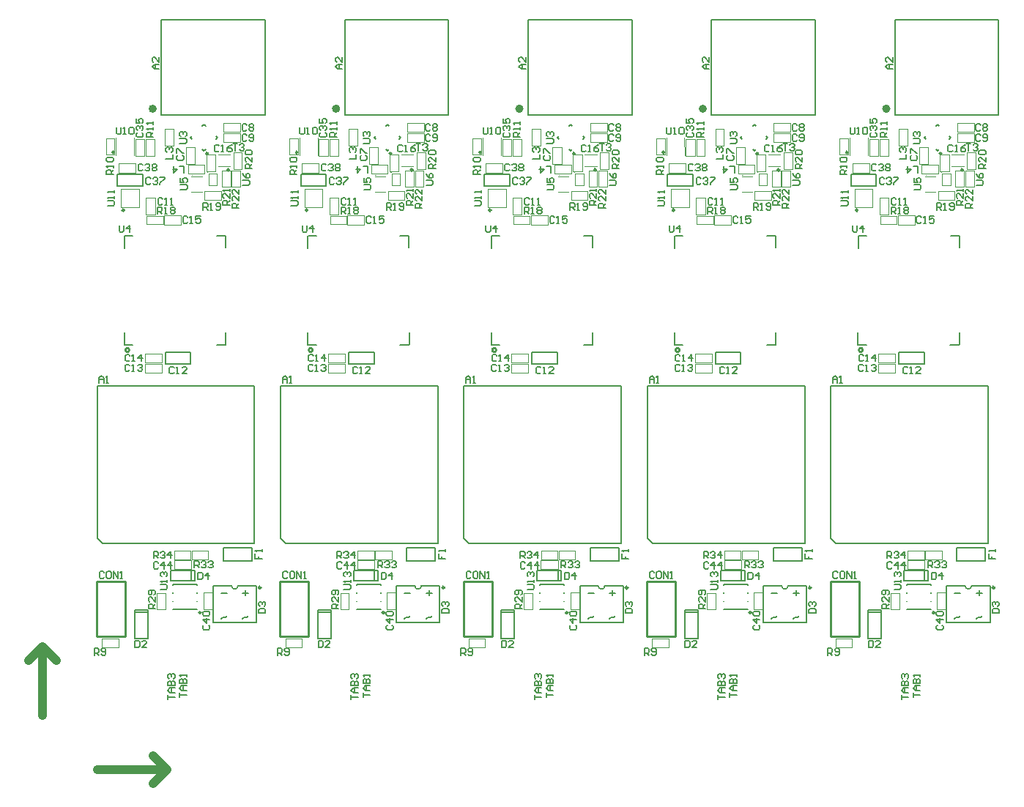
<source format=gto>
G04*
G04 #@! TF.GenerationSoftware,Altium Limited,Altium Designer,19.1.7 (138)*
G04*
G04 Layer_Color=65535*
%FSAX25Y25*%
%MOIN*%
G70*
G01*
G75*
%ADD10C,0.03937*%
%ADD42C,0.01968*%
%ADD44C,0.00787*%
%ADD73C,0.00984*%
%ADD74C,0.01000*%
%ADD75C,0.00394*%
%ADD76C,0.00591*%
D10*
X0145197Y0120669D02*
X0176654D01*
X0170354Y0114370D02*
X0176654Y0120669D01*
X0170354Y0126969D02*
X0176654Y0120669D01*
X0113819Y0170472D02*
X0120118Y0176772D01*
X0126417Y0170472D01*
X0120118Y0145315D02*
Y0176772D01*
D42*
X0171077Y0421496D02*
G03*
X0171077Y0421496I-0000880J0000000D01*
G01*
X0254542D02*
G03*
X0254542Y0421496I-0000880J0000000D01*
G01*
X0338006D02*
G03*
X0338006Y0421496I-0000880J0000000D01*
G01*
X0421471D02*
G03*
X0421471Y0421496I-0000880J0000000D01*
G01*
X0504935D02*
G03*
X0504935Y0421496I-0000880J0000000D01*
G01*
D44*
X0206116Y0204291D02*
G03*
X0209003Y0204291I0001444J0000000D01*
G01*
X0178662Y0206496D02*
X0185748D01*
X0187717D01*
Y0211221D01*
X0178268D02*
X0187717D01*
X0178268Y0206496D02*
Y0211221D01*
Y0206496D02*
X0178662D01*
X0187717Y0211221D02*
X0189291D01*
Y0206496D02*
Y0211221D01*
X0187717Y0206496D02*
X0189291D01*
X0202344Y0215673D02*
Y0221575D01*
X0215340Y0220122D02*
Y0221575D01*
X0202344D02*
X0215340D01*
Y0215669D02*
Y0220122D01*
X0202340Y0215669D02*
X0215340D01*
X0197717Y0204291D02*
X0206116D01*
X0209003D02*
X0217402D01*
Y0187756D02*
Y0194580D01*
Y0204291D01*
X0197717Y0187756D02*
Y0204291D01*
Y0187756D02*
X0217402D01*
X0161961Y0193319D02*
X0167961D01*
X0161961Y0192319D02*
X0167961D01*
Y0180319D02*
Y0193319D01*
X0161961Y0180319D02*
X0167961D01*
X0161961D02*
Y0193319D01*
X0147283Y0223661D02*
X0216575D01*
X0144921Y0226024D02*
X0147283Y0223661D01*
X0144921Y0226024D02*
Y0295315D01*
X0216575Y0223661D02*
Y0295315D01*
X0144921D02*
X0216575D01*
X0175982Y0305281D02*
Y0310782D01*
Y0305281D02*
X0187482D01*
Y0310782D01*
X0175982D02*
X0187482D01*
X0157421Y0314016D02*
X0161122D01*
X0157382Y0314055D02*
X0157421Y0314016D01*
X0157382Y0314055D02*
Y0319724D01*
X0157421Y0358071D02*
Y0363465D01*
X0157539Y0363583D01*
X0161122D01*
X0199429Y0363543D02*
X0203366D01*
X0203445Y0363465D01*
Y0358150D02*
Y0363465D01*
X0203524Y0314213D02*
Y0319724D01*
X0199390Y0314055D02*
X0203366D01*
X0203524Y0314213D01*
X0165671Y0386305D02*
Y0391805D01*
X0154171D02*
X0165671D01*
X0154171Y0386305D02*
Y0391805D01*
Y0386305D02*
X0165671D01*
X0193583Y0402222D02*
X0194279Y0402918D01*
X0192887D02*
X0193583Y0402222D01*
X0187458Y0408347D02*
X0188154Y0409043D01*
X0187458Y0408347D02*
X0188154Y0407651D01*
X0193583Y0414471D02*
X0194279Y0413775D01*
X0192887D02*
X0193583Y0414471D01*
X0199011Y0407651D02*
X0199707Y0408347D01*
X0199011Y0409043D02*
X0199707Y0408347D01*
X0221378Y0418740D02*
Y0462047D01*
X0174134D02*
X0221378D01*
X0174134Y0418740D02*
X0221378D01*
X0174134D02*
Y0462047D01*
X0204016Y0190775D02*
X0203360Y0190119D01*
X0202048D01*
X0201392Y0189463D01*
X0213858Y0190775D02*
X0213202Y0190119D01*
X0211891D01*
X0211234Y0189463D01*
X0204016Y0201142D02*
X0201392D01*
X0213858D02*
X0211234D01*
X0212546Y0199830D02*
Y0202454D01*
X0289580Y0204291D02*
G03*
X0292467Y0204291I0001444J0000000D01*
G01*
X0262126Y0206496D02*
X0269213D01*
X0271181D01*
Y0211221D01*
X0261732D02*
X0271181D01*
X0261732Y0206496D02*
Y0211221D01*
Y0206496D02*
X0262126D01*
X0271181Y0211221D02*
X0272756D01*
Y0206496D02*
Y0211221D01*
X0271181Y0206496D02*
X0272756D01*
X0285809Y0215673D02*
Y0221575D01*
X0298805Y0220122D02*
Y0221575D01*
X0285809D02*
X0298805D01*
Y0215669D02*
Y0220122D01*
X0285805Y0215669D02*
X0298805D01*
X0281181Y0204291D02*
X0289580D01*
X0292467D02*
X0300866D01*
Y0187756D02*
Y0194580D01*
Y0204291D01*
X0281181Y0187756D02*
Y0204291D01*
Y0187756D02*
X0300866D01*
X0245425Y0193319D02*
X0251425D01*
X0245425Y0192319D02*
X0251425D01*
Y0180319D02*
Y0193319D01*
X0245425Y0180319D02*
X0251425D01*
X0245425D02*
Y0193319D01*
X0230748Y0223661D02*
X0300039D01*
X0228386Y0226024D02*
X0230748Y0223661D01*
X0228386Y0226024D02*
Y0295315D01*
X0300039Y0223661D02*
Y0295315D01*
X0228386D02*
X0300039D01*
X0259447Y0305281D02*
Y0310782D01*
Y0305281D02*
X0270947D01*
Y0310782D01*
X0259447D02*
X0270947D01*
X0240886Y0314016D02*
X0244587D01*
X0240846Y0314055D02*
X0240886Y0314016D01*
X0240846Y0314055D02*
Y0319724D01*
X0240886Y0358071D02*
Y0363465D01*
X0241004Y0363583D01*
X0244587D01*
X0282894Y0363543D02*
X0286831D01*
X0286909Y0363465D01*
Y0358150D02*
Y0363465D01*
X0286988Y0314213D02*
Y0319724D01*
X0282854Y0314055D02*
X0286831D01*
X0286988Y0314213D01*
X0249136Y0386305D02*
Y0391805D01*
X0237636D02*
X0249136D01*
X0237636Y0386305D02*
Y0391805D01*
Y0386305D02*
X0249136D01*
X0277047Y0402222D02*
X0277743Y0402918D01*
X0276351D02*
X0277047Y0402222D01*
X0270923Y0408347D02*
X0271619Y0409043D01*
X0270923Y0408347D02*
X0271619Y0407651D01*
X0277047Y0414471D02*
X0277743Y0413775D01*
X0276351D02*
X0277047Y0414471D01*
X0282476Y0407651D02*
X0283172Y0408347D01*
X0282476Y0409043D02*
X0283172Y0408347D01*
X0304842Y0418740D02*
Y0462047D01*
X0257598D02*
X0304842D01*
X0257598Y0418740D02*
X0304842D01*
X0257598D02*
Y0462047D01*
X0287480Y0190775D02*
X0286824Y0190119D01*
X0285512D01*
X0284857Y0189463D01*
X0297323Y0190775D02*
X0296667Y0190119D01*
X0295355D01*
X0294699Y0189463D01*
X0287480Y0201142D02*
X0284857D01*
X0297323D02*
X0294699D01*
X0296011Y0199830D02*
Y0202454D01*
X0373045Y0204291D02*
G03*
X0375932Y0204291I0001444J0000000D01*
G01*
X0345591Y0206496D02*
X0352677D01*
X0354646D01*
Y0211221D01*
X0345197D02*
X0354646D01*
X0345197Y0206496D02*
Y0211221D01*
Y0206496D02*
X0345591D01*
X0354646Y0211221D02*
X0356221D01*
Y0206496D02*
Y0211221D01*
X0354646Y0206496D02*
X0356221D01*
X0369273Y0215673D02*
Y0221575D01*
X0382270Y0220122D02*
Y0221575D01*
X0369273D02*
X0382270D01*
Y0215669D02*
Y0220122D01*
X0369269Y0215669D02*
X0382270D01*
X0364646Y0204291D02*
X0373045D01*
X0375932D02*
X0384331D01*
Y0187756D02*
Y0194580D01*
Y0204291D01*
X0364646Y0187756D02*
Y0204291D01*
Y0187756D02*
X0384331D01*
X0328890Y0193319D02*
X0334890D01*
X0328890Y0192319D02*
X0334890D01*
Y0180319D02*
Y0193319D01*
X0328890Y0180319D02*
X0334890D01*
X0328890D02*
Y0193319D01*
X0314213Y0223661D02*
X0383504D01*
X0311850Y0226024D02*
X0314213Y0223661D01*
X0311850Y0226024D02*
Y0295315D01*
X0383504Y0223661D02*
Y0295315D01*
X0311850D02*
X0383504D01*
X0342911Y0305281D02*
Y0310782D01*
Y0305281D02*
X0354411D01*
Y0310782D01*
X0342911D02*
X0354411D01*
X0324350Y0314016D02*
X0328051D01*
X0324311Y0314055D02*
X0324350Y0314016D01*
X0324311Y0314055D02*
Y0319724D01*
X0324350Y0358071D02*
Y0363465D01*
X0324468Y0363583D01*
X0328051D01*
X0366358Y0363543D02*
X0370295D01*
X0370374Y0363465D01*
Y0358150D02*
Y0363465D01*
X0370453Y0314213D02*
Y0319724D01*
X0366319Y0314055D02*
X0370295D01*
X0370453Y0314213D01*
X0332600Y0386305D02*
Y0391805D01*
X0321100D02*
X0332600D01*
X0321100Y0386305D02*
Y0391805D01*
Y0386305D02*
X0332600D01*
X0360512Y0402222D02*
X0361208Y0402918D01*
X0359816D02*
X0360512Y0402222D01*
X0354387Y0408347D02*
X0355083Y0409043D01*
X0354387Y0408347D02*
X0355083Y0407651D01*
X0360512Y0414471D02*
X0361208Y0413775D01*
X0359816D02*
X0360512Y0414471D01*
X0365940Y0407651D02*
X0366636Y0408347D01*
X0365940Y0409043D02*
X0366636Y0408347D01*
X0388307Y0418740D02*
Y0462047D01*
X0341063D02*
X0388307D01*
X0341063Y0418740D02*
X0388307D01*
X0341063D02*
Y0462047D01*
X0370945Y0190775D02*
X0370289Y0190119D01*
X0368977D01*
X0368321Y0189463D01*
X0380787Y0190775D02*
X0380132Y0190119D01*
X0378820D01*
X0378164Y0189463D01*
X0370945Y0201142D02*
X0368321D01*
X0380787D02*
X0378164D01*
X0379476Y0199830D02*
Y0202454D01*
X0456509Y0204291D02*
G03*
X0459397Y0204291I0001444J0000000D01*
G01*
X0429055Y0206496D02*
X0436142D01*
X0438110D01*
Y0211221D01*
X0428661D02*
X0438110D01*
X0428661Y0206496D02*
Y0211221D01*
Y0206496D02*
X0429055D01*
X0438110Y0211221D02*
X0439685D01*
Y0206496D02*
Y0211221D01*
X0438110Y0206496D02*
X0439685D01*
X0452738Y0215673D02*
Y0221575D01*
X0465734Y0220122D02*
Y0221575D01*
X0452738D02*
X0465734D01*
Y0215669D02*
Y0220122D01*
X0452734Y0215669D02*
X0465734D01*
X0448110Y0204291D02*
X0456509D01*
X0459397D02*
X0467795D01*
Y0187756D02*
Y0194580D01*
Y0204291D01*
X0448110Y0187756D02*
Y0204291D01*
Y0187756D02*
X0467795D01*
X0412354Y0193319D02*
X0418354D01*
X0412354Y0192319D02*
X0418354D01*
Y0180319D02*
Y0193319D01*
X0412354Y0180319D02*
X0418354D01*
X0412354D02*
Y0193319D01*
X0397677Y0223661D02*
X0466968D01*
X0395315Y0226024D02*
X0397677Y0223661D01*
X0395315Y0226024D02*
Y0295315D01*
X0466968Y0223661D02*
Y0295315D01*
X0395315D02*
X0466968D01*
X0426376Y0305281D02*
Y0310782D01*
Y0305281D02*
X0437876D01*
Y0310782D01*
X0426376D02*
X0437876D01*
X0407815Y0314016D02*
X0411516D01*
X0407776Y0314055D02*
X0407815Y0314016D01*
X0407776Y0314055D02*
Y0319724D01*
X0407815Y0358071D02*
Y0363465D01*
X0407933Y0363583D01*
X0411516D01*
X0449823Y0363543D02*
X0453760D01*
X0453839Y0363465D01*
Y0358150D02*
Y0363465D01*
X0453917Y0314213D02*
Y0319724D01*
X0449783Y0314055D02*
X0453760D01*
X0453917Y0314213D01*
X0416065Y0386305D02*
Y0391805D01*
X0404565D02*
X0416065D01*
X0404565Y0386305D02*
Y0391805D01*
Y0386305D02*
X0416065D01*
X0443976Y0402222D02*
X0444672Y0402918D01*
X0443280D02*
X0443976Y0402222D01*
X0437852Y0408347D02*
X0438548Y0409043D01*
X0437852Y0408347D02*
X0438548Y0407651D01*
X0443976Y0414471D02*
X0444672Y0413775D01*
X0443280D02*
X0443976Y0414471D01*
X0449405Y0407651D02*
X0450101Y0408347D01*
X0449405Y0409043D02*
X0450101Y0408347D01*
X0471772Y0418740D02*
Y0462047D01*
X0424528D02*
X0471772D01*
X0424528Y0418740D02*
X0471772D01*
X0424528D02*
Y0462047D01*
X0454410Y0190775D02*
X0453754Y0190119D01*
X0452442D01*
X0451786Y0189463D01*
X0464252Y0190775D02*
X0463596Y0190119D01*
X0462284D01*
X0461628Y0189463D01*
X0454410Y0201142D02*
X0451786D01*
X0464252D02*
X0461628D01*
X0462940Y0199830D02*
Y0202454D01*
X0539974Y0204291D02*
G03*
X0542861Y0204291I0001444J0000000D01*
G01*
X0512520Y0206496D02*
X0519606D01*
X0521575D01*
Y0211221D01*
X0512126D02*
X0521575D01*
X0512126Y0206496D02*
Y0211221D01*
Y0206496D02*
X0512520D01*
X0521575Y0211221D02*
X0523150D01*
Y0206496D02*
Y0211221D01*
X0521575Y0206496D02*
X0523150D01*
X0536203Y0215673D02*
Y0221575D01*
X0549199Y0220122D02*
Y0221575D01*
X0536203D02*
X0549199D01*
Y0215669D02*
Y0220122D01*
X0536199Y0215669D02*
X0549199D01*
X0531575Y0204291D02*
X0539974D01*
X0542861D02*
X0551260D01*
Y0187756D02*
Y0194580D01*
Y0204291D01*
X0531575Y0187756D02*
Y0204291D01*
Y0187756D02*
X0551260D01*
X0495819Y0193319D02*
X0501819D01*
X0495819Y0192319D02*
X0501819D01*
Y0180319D02*
Y0193319D01*
X0495819Y0180319D02*
X0501819D01*
X0495819D02*
Y0193319D01*
X0481142Y0223661D02*
X0550433D01*
X0478780Y0226024D02*
X0481142Y0223661D01*
X0478780Y0226024D02*
Y0295315D01*
X0550433Y0223661D02*
Y0295315D01*
X0478780D02*
X0550433D01*
X0509840Y0305281D02*
Y0310782D01*
Y0305281D02*
X0521341D01*
Y0310782D01*
X0509840D02*
X0521341D01*
X0491280Y0314016D02*
X0494980D01*
X0491240Y0314055D02*
X0491280Y0314016D01*
X0491240Y0314055D02*
Y0319724D01*
X0491280Y0358071D02*
Y0363465D01*
X0491398Y0363583D01*
X0494980D01*
X0533287Y0363543D02*
X0537224D01*
X0537303Y0363465D01*
Y0358150D02*
Y0363465D01*
X0537382Y0314213D02*
Y0319724D01*
X0533248Y0314055D02*
X0537224D01*
X0537382Y0314213D01*
X0499530Y0386305D02*
Y0391805D01*
X0488029D02*
X0499530D01*
X0488029Y0386305D02*
Y0391805D01*
Y0386305D02*
X0499530D01*
X0527441Y0402222D02*
X0528137Y0402918D01*
X0526745D02*
X0527441Y0402222D01*
X0521316Y0408347D02*
X0522012Y0409043D01*
X0521316Y0408347D02*
X0522012Y0407651D01*
X0527441Y0414471D02*
X0528137Y0413775D01*
X0526745D02*
X0527441Y0414471D01*
X0532869Y0407651D02*
X0533566Y0408347D01*
X0532869Y0409043D02*
X0533566Y0408347D01*
X0555236Y0418740D02*
Y0462047D01*
X0507992D02*
X0555236D01*
X0507992Y0418740D02*
X0555236D01*
X0507992D02*
Y0462047D01*
X0537874Y0190775D02*
X0537218Y0190119D01*
X0535906D01*
X0535250Y0189463D01*
X0547717Y0190775D02*
X0547061Y0190119D01*
X0545749D01*
X0545093Y0189463D01*
X0537874Y0201142D02*
X0535250D01*
X0547717D02*
X0545093D01*
X0546405Y0199830D02*
Y0202454D01*
D73*
X0192241Y0192153D02*
G03*
X0192241Y0192153I-0000492J0000000D01*
G01*
X0219526Y0203504D02*
G03*
X0219526Y0203504I-0000549J0000000D01*
G01*
X0275706Y0192153D02*
G03*
X0275706Y0192153I-0000492J0000000D01*
G01*
X0302990Y0203504D02*
G03*
X0302990Y0203504I-0000549J0000000D01*
G01*
X0359170Y0192153D02*
G03*
X0359170Y0192153I-0000492J0000000D01*
G01*
X0386455Y0203504D02*
G03*
X0386455Y0203504I-0000549J0000000D01*
G01*
X0442635Y0192153D02*
G03*
X0442635Y0192153I-0000492J0000000D01*
G01*
X0469919Y0203504D02*
G03*
X0469919Y0203504I-0000549J0000000D01*
G01*
X0526099Y0192153D02*
G03*
X0526099Y0192153I-0000492J0000000D01*
G01*
X0553384Y0203504D02*
G03*
X0553384Y0203504I-0000549J0000000D01*
G01*
D74*
X0152709Y0401654D02*
G03*
X0152709Y0401654I-0000426J0000000D01*
G01*
X0159587Y0311654D02*
G03*
X0159587Y0311654I-0000905J0000000D01*
G01*
X0157283Y0375315D02*
G03*
X0157283Y0375315I-0000487J0000000D01*
G01*
X0205118Y0393701D02*
G03*
X0205118Y0393701I-0000473J0000000D01*
G01*
X0195368Y0401108D02*
G03*
X0195368Y0401108I-0000449J0000000D01*
G01*
X0144760Y0181240D02*
Y0206240D01*
Y0181240D02*
X0157760D01*
Y0206240D01*
X0144760D02*
X0157760D01*
X0236174Y0401654D02*
G03*
X0236174Y0401654I-0000426J0000000D01*
G01*
X0243051Y0311654D02*
G03*
X0243051Y0311654I-0000905J0000000D01*
G01*
X0240748Y0375315D02*
G03*
X0240748Y0375315I-0000487J0000000D01*
G01*
X0288583Y0393701D02*
G03*
X0288583Y0393701I-0000473J0000000D01*
G01*
X0278832Y0401108D02*
G03*
X0278832Y0401108I-0000449J0000000D01*
G01*
X0228224Y0181240D02*
Y0206240D01*
Y0181240D02*
X0241224D01*
Y0206240D01*
X0228224D02*
X0241224D01*
X0319638Y0401654D02*
G03*
X0319638Y0401654I-0000426J0000000D01*
G01*
X0326516Y0311654D02*
G03*
X0326516Y0311654I-0000905J0000000D01*
G01*
X0324212Y0375315D02*
G03*
X0324212Y0375315I-0000487J0000000D01*
G01*
X0372048Y0393701D02*
G03*
X0372048Y0393701I-0000473J0000000D01*
G01*
X0362297Y0401108D02*
G03*
X0362297Y0401108I-0000449J0000000D01*
G01*
X0311689Y0181240D02*
Y0206240D01*
Y0181240D02*
X0324689D01*
Y0206240D01*
X0311689D02*
X0324689D01*
X0403103Y0401654D02*
G03*
X0403103Y0401654I-0000426J0000000D01*
G01*
X0409980Y0311654D02*
G03*
X0409980Y0311654I-0000905J0000000D01*
G01*
X0407677Y0375315D02*
G03*
X0407677Y0375315I-0000487J0000000D01*
G01*
X0455512Y0393701D02*
G03*
X0455512Y0393701I-0000473J0000000D01*
G01*
X0445761Y0401108D02*
G03*
X0445761Y0401108I-0000449J0000000D01*
G01*
X0395154Y0181240D02*
Y0206240D01*
Y0181240D02*
X0408154D01*
Y0206240D01*
X0395154D02*
X0408154D01*
X0486568Y0401654D02*
G03*
X0486568Y0401654I-0000426J0000000D01*
G01*
X0493445Y0311654D02*
G03*
X0493445Y0311654I-0000905J0000000D01*
G01*
X0491142Y0375315D02*
G03*
X0491142Y0375315I-0000487J0000000D01*
G01*
X0538977Y0393701D02*
G03*
X0538977Y0393701I-0000473J0000000D01*
G01*
X0529226Y0401108D02*
G03*
X0529226Y0401108I-0000449J0000000D01*
G01*
X0478618Y0181240D02*
Y0206240D01*
Y0181240D02*
X0491618D01*
Y0206240D01*
X0478618D02*
X0491618D01*
D75*
X0195343Y0392531D02*
G03*
X0195343Y0392531I-0000224J0000000D01*
G01*
X0188527Y0391299D02*
G03*
X0188527Y0391299I-0000220J0000000D01*
G01*
X0172182Y0201114D02*
X0176119D01*
X0172182Y0193634D02*
Y0201114D01*
Y0193634D02*
X0176119D01*
Y0201114D01*
X0179980Y0211910D02*
Y0216043D01*
Y0211910D02*
X0187658D01*
Y0216043D01*
X0179980D02*
X0187658D01*
X0180000Y0216457D02*
Y0220394D01*
Y0216457D02*
X0187480D01*
Y0220394D01*
X0180000D02*
X0187480D01*
X0188032Y0216457D02*
Y0220394D01*
Y0216457D02*
X0195512D01*
Y0220394D01*
X0188032D02*
X0195512D01*
X0193343Y0201213D02*
X0197477D01*
X0193343Y0193535D02*
Y0201213D01*
Y0193535D02*
X0197477D01*
Y0201213D01*
X0147126Y0180197D02*
X0154606D01*
Y0176260D02*
Y0180197D01*
X0147126Y0176260D02*
X0154606D01*
X0147126D02*
Y0180197D01*
X0166595Y0305374D02*
X0174272D01*
Y0301240D02*
Y0305374D01*
X0166595Y0301240D02*
X0174272D01*
X0166595D02*
Y0305374D01*
X0166634Y0310059D02*
X0174311D01*
Y0305925D02*
Y0310059D01*
X0166634Y0305925D02*
X0174311D01*
X0166634D02*
Y0310059D01*
X0175906Y0404803D02*
X0179842D01*
Y0412284D01*
X0175906D02*
X0179842D01*
X0175906Y0404803D02*
Y0412284D01*
X0167244Y0400079D02*
Y0407559D01*
X0171181D01*
Y0400079D02*
Y0407559D01*
X0167244Y0400079D02*
X0171181D01*
X0162421Y0399980D02*
Y0407657D01*
X0166555D01*
Y0399980D02*
Y0407657D01*
X0162421Y0399980D02*
X0166555D01*
X0161850Y0408150D02*
X0161890Y0400276D01*
X0153583D02*
Y0408150D01*
X0148976Y0400512D02*
Y0407992D01*
X0152913D01*
Y0400512D02*
Y0407992D01*
X0148976Y0400512D02*
X0152913D01*
X0154744Y0392421D02*
X0162421D01*
X0154744D02*
Y0396555D01*
X0162421D01*
Y0392421D02*
Y0396555D01*
X0164055Y0376654D02*
Y0384921D01*
X0155787D02*
X0164055D01*
X0155787Y0376654D02*
Y0384921D01*
Y0376654D02*
X0164055D01*
X0171319Y0373327D02*
Y0381004D01*
X0167185Y0373327D02*
X0171319D01*
X0167185D02*
Y0381004D01*
X0171319D01*
X0167480Y0372795D02*
X0174961D01*
Y0368858D02*
Y0372795D01*
X0167480Y0368858D02*
X0174961D01*
X0167480D02*
Y0372795D01*
X0175413Y0368760D02*
X0183090D01*
X0175413D02*
Y0372894D01*
X0183090D01*
Y0368760D02*
Y0372894D01*
X0185256Y0396437D02*
Y0404114D01*
X0189390D01*
Y0396437D02*
Y0404114D01*
X0185256Y0396437D02*
X0189390D01*
X0202461Y0410925D02*
X0210138D01*
X0202461D02*
Y0415059D01*
X0210138D01*
Y0410925D02*
Y0415059D01*
X0202461Y0406201D02*
X0210138D01*
X0202461D02*
Y0410335D01*
X0210138D01*
Y0406201D02*
Y0410335D01*
X0194626Y0393130D02*
Y0400807D01*
X0198760D01*
Y0393130D02*
Y0400807D01*
X0194626Y0393130D02*
X0198760D01*
X0199921Y0400787D02*
X0205433D01*
X0199921Y0395276D02*
X0205433D01*
X0210906Y0394134D02*
Y0401614D01*
X0206968Y0394134D02*
X0210906D01*
X0206968D02*
Y0401614D01*
X0210906D01*
X0195620Y0392031D02*
X0199420D01*
X0195620Y0386631D02*
Y0392031D01*
Y0386631D02*
X0199420D01*
Y0392031D01*
X0201693Y0385945D02*
Y0393425D01*
X0205630D01*
Y0385945D02*
Y0393425D01*
X0201693Y0385945D02*
X0205630D01*
X0206181D02*
Y0393425D01*
X0210118D01*
Y0385945D02*
Y0393425D01*
X0206181Y0385945D02*
X0210118D01*
X0193819Y0379882D02*
X0201299D01*
X0193819D02*
Y0383819D01*
X0201299D01*
Y0379882D02*
Y0383819D01*
X0187913Y0390610D02*
X0192638D01*
X0187913Y0383720D02*
X0192638D01*
X0193740Y0392047D02*
Y0395984D01*
X0186260D02*
X0193740D01*
X0186260Y0392047D02*
Y0395984D01*
Y0392047D02*
X0193740D01*
X0278808Y0392531D02*
G03*
X0278808Y0392531I-0000224J0000000D01*
G01*
X0271992Y0391299D02*
G03*
X0271992Y0391299I-0000220J0000000D01*
G01*
X0255647Y0201114D02*
X0259584D01*
X0255647Y0193634D02*
Y0201114D01*
Y0193634D02*
X0259584D01*
Y0201114D01*
X0263445Y0211910D02*
Y0216043D01*
Y0211910D02*
X0271122D01*
Y0216043D01*
X0263445D02*
X0271122D01*
X0263465Y0216457D02*
Y0220394D01*
Y0216457D02*
X0270945D01*
Y0220394D01*
X0263465D02*
X0270945D01*
X0271496Y0216457D02*
Y0220394D01*
Y0216457D02*
X0278976D01*
Y0220394D01*
X0271496D02*
X0278976D01*
X0276808Y0201213D02*
X0280942D01*
X0276808Y0193535D02*
Y0201213D01*
Y0193535D02*
X0280942D01*
Y0201213D01*
X0230591Y0180197D02*
X0238071D01*
Y0176260D02*
Y0180197D01*
X0230591Y0176260D02*
X0238071D01*
X0230591D02*
Y0180197D01*
X0250059Y0305374D02*
X0257736D01*
Y0301240D02*
Y0305374D01*
X0250059Y0301240D02*
X0257736D01*
X0250059D02*
Y0305374D01*
X0250098Y0310059D02*
X0257776D01*
Y0305925D02*
Y0310059D01*
X0250098Y0305925D02*
X0257776D01*
X0250098D02*
Y0310059D01*
X0259370Y0404803D02*
X0263307D01*
Y0412284D01*
X0259370D02*
X0263307D01*
X0259370Y0404803D02*
Y0412284D01*
X0250709Y0400079D02*
Y0407559D01*
X0254646D01*
Y0400079D02*
Y0407559D01*
X0250709Y0400079D02*
X0254646D01*
X0245886Y0399980D02*
Y0407657D01*
X0250020D01*
Y0399980D02*
Y0407657D01*
X0245886Y0399980D02*
X0250020D01*
X0245315Y0408150D02*
X0245354Y0400276D01*
X0237047D02*
Y0408150D01*
X0232441Y0400512D02*
Y0407992D01*
X0236378D01*
Y0400512D02*
Y0407992D01*
X0232441Y0400512D02*
X0236378D01*
X0238209Y0392421D02*
X0245886D01*
X0238209D02*
Y0396555D01*
X0245886D01*
Y0392421D02*
Y0396555D01*
X0247520Y0376654D02*
Y0384921D01*
X0239252D02*
X0247520D01*
X0239252Y0376654D02*
Y0384921D01*
Y0376654D02*
X0247520D01*
X0254784Y0373327D02*
Y0381004D01*
X0250650Y0373327D02*
X0254784D01*
X0250650D02*
Y0381004D01*
X0254784D01*
X0250945Y0372795D02*
X0258425D01*
Y0368858D02*
Y0372795D01*
X0250945Y0368858D02*
X0258425D01*
X0250945D02*
Y0372795D01*
X0258878Y0368760D02*
X0266555D01*
X0258878D02*
Y0372894D01*
X0266555D01*
Y0368760D02*
Y0372894D01*
X0268720Y0396437D02*
Y0404114D01*
X0272854D01*
Y0396437D02*
Y0404114D01*
X0268720Y0396437D02*
X0272854D01*
X0285925Y0410925D02*
X0293602D01*
X0285925D02*
Y0415059D01*
X0293602D01*
Y0410925D02*
Y0415059D01*
X0285925Y0406201D02*
X0293602D01*
X0285925D02*
Y0410335D01*
X0293602D01*
Y0406201D02*
Y0410335D01*
X0278091Y0393130D02*
Y0400807D01*
X0282224D01*
Y0393130D02*
Y0400807D01*
X0278091Y0393130D02*
X0282224D01*
X0283386Y0400787D02*
X0288898D01*
X0283386Y0395276D02*
X0288898D01*
X0294370Y0394134D02*
Y0401614D01*
X0290433Y0394134D02*
X0294370D01*
X0290433D02*
Y0401614D01*
X0294370D01*
X0279084Y0392031D02*
X0282884D01*
X0279084Y0386631D02*
Y0392031D01*
Y0386631D02*
X0282884D01*
Y0392031D01*
X0285157Y0385945D02*
Y0393425D01*
X0289094D01*
Y0385945D02*
Y0393425D01*
X0285157Y0385945D02*
X0289094D01*
X0289646D02*
Y0393425D01*
X0293583D01*
Y0385945D02*
Y0393425D01*
X0289646Y0385945D02*
X0293583D01*
X0277283Y0379882D02*
X0284764D01*
X0277283D02*
Y0383819D01*
X0284764D01*
Y0379882D02*
Y0383819D01*
X0271378Y0390610D02*
X0276102D01*
X0271378Y0383720D02*
X0276102D01*
X0277205Y0392047D02*
Y0395984D01*
X0269724D02*
X0277205D01*
X0269724Y0392047D02*
Y0395984D01*
Y0392047D02*
X0277205D01*
X0362272Y0392531D02*
G03*
X0362272Y0392531I-0000224J0000000D01*
G01*
X0355456Y0391299D02*
G03*
X0355456Y0391299I-0000220J0000000D01*
G01*
X0339111Y0201114D02*
X0343048D01*
X0339111Y0193634D02*
Y0201114D01*
Y0193634D02*
X0343048D01*
Y0201114D01*
X0346909Y0211910D02*
Y0216043D01*
Y0211910D02*
X0354587D01*
Y0216043D01*
X0346909D02*
X0354587D01*
X0346929Y0216457D02*
Y0220394D01*
Y0216457D02*
X0354410D01*
Y0220394D01*
X0346929D02*
X0354410D01*
X0354961Y0216457D02*
Y0220394D01*
Y0216457D02*
X0362441D01*
Y0220394D01*
X0354961D02*
X0362441D01*
X0360273Y0201213D02*
X0364406D01*
X0360273Y0193535D02*
Y0201213D01*
Y0193535D02*
X0364406D01*
Y0201213D01*
X0314055Y0180197D02*
X0321535D01*
Y0176260D02*
Y0180197D01*
X0314055Y0176260D02*
X0321535D01*
X0314055D02*
Y0180197D01*
X0333524Y0305374D02*
X0341201D01*
Y0301240D02*
Y0305374D01*
X0333524Y0301240D02*
X0341201D01*
X0333524D02*
Y0305374D01*
X0333563Y0310059D02*
X0341240D01*
Y0305925D02*
Y0310059D01*
X0333563Y0305925D02*
X0341240D01*
X0333563D02*
Y0310059D01*
X0342835Y0404803D02*
X0346772D01*
Y0412284D01*
X0342835D02*
X0346772D01*
X0342835Y0404803D02*
Y0412284D01*
X0334173Y0400079D02*
Y0407559D01*
X0338110D01*
Y0400079D02*
Y0407559D01*
X0334173Y0400079D02*
X0338110D01*
X0329350Y0399980D02*
Y0407657D01*
X0333484D01*
Y0399980D02*
Y0407657D01*
X0329350Y0399980D02*
X0333484D01*
X0328780Y0408150D02*
X0328819Y0400276D01*
X0320512D02*
Y0408150D01*
X0315905Y0400512D02*
Y0407992D01*
X0319843D01*
Y0400512D02*
Y0407992D01*
X0315905Y0400512D02*
X0319843D01*
X0321673Y0392421D02*
X0329350D01*
X0321673D02*
Y0396555D01*
X0329350D01*
Y0392421D02*
Y0396555D01*
X0330984Y0376654D02*
Y0384921D01*
X0322716D02*
X0330984D01*
X0322716Y0376654D02*
Y0384921D01*
Y0376654D02*
X0330984D01*
X0338248Y0373327D02*
Y0381004D01*
X0334114Y0373327D02*
X0338248D01*
X0334114D02*
Y0381004D01*
X0338248D01*
X0334409Y0372795D02*
X0341890D01*
Y0368858D02*
Y0372795D01*
X0334409Y0368858D02*
X0341890D01*
X0334409D02*
Y0372795D01*
X0342342Y0368760D02*
X0350020D01*
X0342342D02*
Y0372894D01*
X0350020D01*
Y0368760D02*
Y0372894D01*
X0352185Y0396437D02*
Y0404114D01*
X0356319D01*
Y0396437D02*
Y0404114D01*
X0352185Y0396437D02*
X0356319D01*
X0369390Y0410925D02*
X0377067D01*
X0369390D02*
Y0415059D01*
X0377067D01*
Y0410925D02*
Y0415059D01*
X0369390Y0406201D02*
X0377067D01*
X0369390D02*
Y0410335D01*
X0377067D01*
Y0406201D02*
Y0410335D01*
X0361555Y0393130D02*
Y0400807D01*
X0365689D01*
Y0393130D02*
Y0400807D01*
X0361555Y0393130D02*
X0365689D01*
X0366850Y0400787D02*
X0372362D01*
X0366850Y0395276D02*
X0372362D01*
X0377835Y0394134D02*
Y0401614D01*
X0373898Y0394134D02*
X0377835D01*
X0373898D02*
Y0401614D01*
X0377835D01*
X0362549Y0392031D02*
X0366349D01*
X0362549Y0386631D02*
Y0392031D01*
Y0386631D02*
X0366349D01*
Y0392031D01*
X0368622Y0385945D02*
Y0393425D01*
X0372559D01*
Y0385945D02*
Y0393425D01*
X0368622Y0385945D02*
X0372559D01*
X0373110D02*
Y0393425D01*
X0377047D01*
Y0385945D02*
Y0393425D01*
X0373110Y0385945D02*
X0377047D01*
X0360748Y0379882D02*
X0368228D01*
X0360748D02*
Y0383819D01*
X0368228D01*
Y0379882D02*
Y0383819D01*
X0354842Y0390610D02*
X0359567D01*
X0354842Y0383720D02*
X0359567D01*
X0360669Y0392047D02*
Y0395984D01*
X0353189D02*
X0360669D01*
X0353189Y0392047D02*
Y0395984D01*
Y0392047D02*
X0360669D01*
X0445737Y0392531D02*
G03*
X0445737Y0392531I-0000224J0000000D01*
G01*
X0438921Y0391299D02*
G03*
X0438921Y0391299I-0000220J0000000D01*
G01*
X0422576Y0201114D02*
X0426513D01*
X0422576Y0193634D02*
Y0201114D01*
Y0193634D02*
X0426513D01*
Y0201114D01*
X0430374Y0211910D02*
Y0216043D01*
Y0211910D02*
X0438051D01*
Y0216043D01*
X0430374D02*
X0438051D01*
X0430394Y0216457D02*
Y0220394D01*
Y0216457D02*
X0437874D01*
Y0220394D01*
X0430394D02*
X0437874D01*
X0438425Y0216457D02*
Y0220394D01*
Y0216457D02*
X0445906D01*
Y0220394D01*
X0438425D02*
X0445906D01*
X0443737Y0201213D02*
X0447871D01*
X0443737Y0193535D02*
Y0201213D01*
Y0193535D02*
X0447871D01*
Y0201213D01*
X0397520Y0180197D02*
X0405000D01*
Y0176260D02*
Y0180197D01*
X0397520Y0176260D02*
X0405000D01*
X0397520D02*
Y0180197D01*
X0416988Y0305374D02*
X0424665D01*
Y0301240D02*
Y0305374D01*
X0416988Y0301240D02*
X0424665D01*
X0416988D02*
Y0305374D01*
X0417028Y0310059D02*
X0424705D01*
Y0305925D02*
Y0310059D01*
X0417028Y0305925D02*
X0424705D01*
X0417028D02*
Y0310059D01*
X0426299Y0404803D02*
X0430236D01*
Y0412284D01*
X0426299D02*
X0430236D01*
X0426299Y0404803D02*
Y0412284D01*
X0417638Y0400079D02*
Y0407559D01*
X0421575D01*
Y0400079D02*
Y0407559D01*
X0417638Y0400079D02*
X0421575D01*
X0412815Y0399980D02*
Y0407657D01*
X0416949D01*
Y0399980D02*
Y0407657D01*
X0412815Y0399980D02*
X0416949D01*
X0412244Y0408150D02*
X0412283Y0400276D01*
X0403976D02*
Y0408150D01*
X0399370Y0400512D02*
Y0407992D01*
X0403307D01*
Y0400512D02*
Y0407992D01*
X0399370Y0400512D02*
X0403307D01*
X0405138Y0392421D02*
X0412815D01*
X0405138D02*
Y0396555D01*
X0412815D01*
Y0392421D02*
Y0396555D01*
X0414449Y0376654D02*
Y0384921D01*
X0406181D02*
X0414449D01*
X0406181Y0376654D02*
Y0384921D01*
Y0376654D02*
X0414449D01*
X0421713Y0373327D02*
Y0381004D01*
X0417579Y0373327D02*
X0421713D01*
X0417579D02*
Y0381004D01*
X0421713D01*
X0417874Y0372795D02*
X0425354D01*
Y0368858D02*
Y0372795D01*
X0417874Y0368858D02*
X0425354D01*
X0417874D02*
Y0372795D01*
X0425807Y0368760D02*
X0433484D01*
X0425807D02*
Y0372894D01*
X0433484D01*
Y0368760D02*
Y0372894D01*
X0435650Y0396437D02*
Y0404114D01*
X0439783D01*
Y0396437D02*
Y0404114D01*
X0435650Y0396437D02*
X0439783D01*
X0452854Y0410925D02*
X0460532D01*
X0452854D02*
Y0415059D01*
X0460532D01*
Y0410925D02*
Y0415059D01*
X0452854Y0406201D02*
X0460532D01*
X0452854D02*
Y0410335D01*
X0460532D01*
Y0406201D02*
Y0410335D01*
X0445020Y0393130D02*
Y0400807D01*
X0449154D01*
Y0393130D02*
Y0400807D01*
X0445020Y0393130D02*
X0449154D01*
X0450315Y0400787D02*
X0455827D01*
X0450315Y0395276D02*
X0455827D01*
X0461299Y0394134D02*
Y0401614D01*
X0457362Y0394134D02*
X0461299D01*
X0457362D02*
Y0401614D01*
X0461299D01*
X0446013Y0392031D02*
X0449813D01*
X0446013Y0386631D02*
Y0392031D01*
Y0386631D02*
X0449813D01*
Y0392031D01*
X0452087Y0385945D02*
Y0393425D01*
X0456024D01*
Y0385945D02*
Y0393425D01*
X0452087Y0385945D02*
X0456024D01*
X0456575D02*
Y0393425D01*
X0460512D01*
Y0385945D02*
Y0393425D01*
X0456575Y0385945D02*
X0460512D01*
X0444213Y0379882D02*
X0451693D01*
X0444213D02*
Y0383819D01*
X0451693D01*
Y0379882D02*
Y0383819D01*
X0438307Y0390610D02*
X0443032D01*
X0438307Y0383720D02*
X0443032D01*
X0444134Y0392047D02*
Y0395984D01*
X0436654D02*
X0444134D01*
X0436654Y0392047D02*
Y0395984D01*
Y0392047D02*
X0444134D01*
X0529202Y0392531D02*
G03*
X0529202Y0392531I-0000224J0000000D01*
G01*
X0522385Y0391299D02*
G03*
X0522385Y0391299I-0000220J0000000D01*
G01*
X0506040Y0201114D02*
X0509977D01*
X0506040Y0193634D02*
Y0201114D01*
Y0193634D02*
X0509977D01*
Y0201114D01*
X0513839Y0211910D02*
Y0216043D01*
Y0211910D02*
X0521516D01*
Y0216043D01*
X0513839D02*
X0521516D01*
X0513858Y0216457D02*
Y0220394D01*
Y0216457D02*
X0521339D01*
Y0220394D01*
X0513858D02*
X0521339D01*
X0521890Y0216457D02*
Y0220394D01*
Y0216457D02*
X0529370D01*
Y0220394D01*
X0521890D02*
X0529370D01*
X0527202Y0201213D02*
X0531336D01*
X0527202Y0193535D02*
Y0201213D01*
Y0193535D02*
X0531336D01*
Y0201213D01*
X0480984Y0180197D02*
X0488465D01*
Y0176260D02*
Y0180197D01*
X0480984Y0176260D02*
X0488465D01*
X0480984D02*
Y0180197D01*
X0500453Y0305374D02*
X0508130D01*
Y0301240D02*
Y0305374D01*
X0500453Y0301240D02*
X0508130D01*
X0500453D02*
Y0305374D01*
X0500492Y0310059D02*
X0508169D01*
Y0305925D02*
Y0310059D01*
X0500492Y0305925D02*
X0508169D01*
X0500492D02*
Y0310059D01*
X0509764Y0404803D02*
X0513701D01*
Y0412284D01*
X0509764D02*
X0513701D01*
X0509764Y0404803D02*
Y0412284D01*
X0501102Y0400079D02*
Y0407559D01*
X0505039D01*
Y0400079D02*
Y0407559D01*
X0501102Y0400079D02*
X0505039D01*
X0496279Y0399980D02*
Y0407657D01*
X0500413D01*
Y0399980D02*
Y0407657D01*
X0496279Y0399980D02*
X0500413D01*
X0495709Y0408150D02*
X0495748Y0400276D01*
X0487441D02*
Y0408150D01*
X0482835Y0400512D02*
Y0407992D01*
X0486772D01*
Y0400512D02*
Y0407992D01*
X0482835Y0400512D02*
X0486772D01*
X0488602Y0392421D02*
X0496279D01*
X0488602D02*
Y0396555D01*
X0496279D01*
Y0392421D02*
Y0396555D01*
X0497913Y0376654D02*
Y0384921D01*
X0489646D02*
X0497913D01*
X0489646Y0376654D02*
Y0384921D01*
Y0376654D02*
X0497913D01*
X0505177Y0373327D02*
Y0381004D01*
X0501043Y0373327D02*
X0505177D01*
X0501043D02*
Y0381004D01*
X0505177D01*
X0501339Y0372795D02*
X0508819D01*
Y0368858D02*
Y0372795D01*
X0501339Y0368858D02*
X0508819D01*
X0501339D02*
Y0372795D01*
X0509272Y0368760D02*
X0516949D01*
X0509272D02*
Y0372894D01*
X0516949D01*
Y0368760D02*
Y0372894D01*
X0519114Y0396437D02*
Y0404114D01*
X0523248D01*
Y0396437D02*
Y0404114D01*
X0519114Y0396437D02*
X0523248D01*
X0536319Y0410925D02*
X0543996D01*
X0536319D02*
Y0415059D01*
X0543996D01*
Y0410925D02*
Y0415059D01*
X0536319Y0406201D02*
X0543996D01*
X0536319D02*
Y0410335D01*
X0543996D01*
Y0406201D02*
Y0410335D01*
X0528484Y0393130D02*
Y0400807D01*
X0532618D01*
Y0393130D02*
Y0400807D01*
X0528484Y0393130D02*
X0532618D01*
X0533779Y0400787D02*
X0539291D01*
X0533779Y0395276D02*
X0539291D01*
X0544764Y0394134D02*
Y0401614D01*
X0540827Y0394134D02*
X0544764D01*
X0540827D02*
Y0401614D01*
X0544764D01*
X0529478Y0392031D02*
X0533278D01*
X0529478Y0386631D02*
Y0392031D01*
Y0386631D02*
X0533278D01*
Y0392031D01*
X0535551Y0385945D02*
Y0393425D01*
X0539488D01*
Y0385945D02*
Y0393425D01*
X0535551Y0385945D02*
X0539488D01*
X0540039D02*
Y0393425D01*
X0543976D01*
Y0385945D02*
Y0393425D01*
X0540039Y0385945D02*
X0543976D01*
X0527677Y0379882D02*
X0535157D01*
X0527677D02*
Y0383819D01*
X0535157D01*
Y0379882D02*
Y0383819D01*
X0521772Y0390610D02*
X0526496D01*
X0521772Y0383720D02*
X0526496D01*
X0527598Y0392047D02*
Y0395984D01*
X0520118D02*
X0527598D01*
X0520118Y0392047D02*
Y0395984D01*
Y0392047D02*
X0527598D01*
D76*
X0179544Y0201011D02*
X0179544Y0201208D01*
X0179544Y0197271D02*
X0179544Y0197468D01*
X0190568Y0201011D02*
X0190568Y0201208D01*
X0190568Y0197271D02*
X0190568Y0197468D01*
X0190568Y0193531D02*
X0190568Y0193728D01*
X0190568Y0204751D02*
X0190568Y0204948D01*
X0179544Y0204751D02*
X0179544Y0204948D01*
X0179544Y0193531D02*
X0179544Y0193728D01*
X0179544Y0204949D02*
X0190567D01*
X0179544Y0193531D02*
X0190567D01*
X0177111Y0152610D02*
Y0154709D01*
Y0153659D01*
X0180260D01*
Y0155758D02*
X0178161D01*
X0177111Y0156808D01*
X0178161Y0157857D01*
X0180260D01*
X0178685D01*
Y0155758D01*
X0177111Y0158907D02*
X0180260D01*
Y0160481D01*
X0179735Y0161006D01*
X0179210D01*
X0178685Y0160481D01*
Y0158907D01*
Y0160481D01*
X0178161Y0161006D01*
X0177636D01*
X0177111Y0160481D01*
Y0158907D01*
X0177636Y0162056D02*
X0177111Y0162580D01*
Y0163630D01*
X0177636Y0164155D01*
X0178161D01*
X0178685Y0163630D01*
Y0163105D01*
Y0163630D01*
X0179210Y0164155D01*
X0179735D01*
X0180260Y0163630D01*
Y0162580D01*
X0179735Y0162056D01*
X0182480Y0153594D02*
Y0155693D01*
Y0154644D01*
X0185628D01*
Y0156743D02*
X0183529D01*
X0182480Y0157792D01*
X0183529Y0158842D01*
X0185628D01*
X0184054D01*
Y0156743D01*
X0182480Y0159891D02*
X0185628D01*
Y0161466D01*
X0185104Y0161990D01*
X0184579D01*
X0184054Y0161466D01*
Y0159891D01*
Y0161466D01*
X0183529Y0161990D01*
X0183005D01*
X0182480Y0161466D01*
Y0159891D01*
X0185628Y0163040D02*
Y0164089D01*
Y0163565D01*
X0182480D01*
X0183005Y0163040D01*
X0173741Y0202716D02*
X0176365D01*
X0176890Y0203241D01*
Y0204291D01*
X0176365Y0204816D01*
X0173741D01*
X0176890Y0205865D02*
Y0206915D01*
Y0206390D01*
X0173741D01*
X0174266Y0205865D01*
Y0208489D02*
X0173741Y0209014D01*
Y0210063D01*
X0174266Y0210588D01*
X0174791D01*
X0175316Y0210063D01*
Y0209539D01*
Y0210063D01*
X0175840Y0210588D01*
X0176365D01*
X0176890Y0210063D01*
Y0209014D01*
X0176365Y0208489D01*
X0170591Y0216850D02*
Y0219999D01*
X0172165D01*
X0172690Y0219474D01*
Y0218425D01*
X0172165Y0217900D01*
X0170591D01*
X0171640D02*
X0172690Y0216850D01*
X0173739Y0219474D02*
X0174264Y0219999D01*
X0175313D01*
X0175838Y0219474D01*
Y0218949D01*
X0175313Y0218425D01*
X0174789D01*
X0175313D01*
X0175838Y0217900D01*
Y0217375D01*
X0175313Y0216850D01*
X0174264D01*
X0173739Y0217375D01*
X0178462Y0216850D02*
Y0219999D01*
X0176888Y0218425D01*
X0178987D01*
X0189213Y0212520D02*
Y0215668D01*
X0190787D01*
X0191312Y0215143D01*
Y0214094D01*
X0190787Y0213569D01*
X0189213D01*
X0190262D02*
X0191312Y0212520D01*
X0192361Y0215143D02*
X0192886Y0215668D01*
X0193936D01*
X0194460Y0215143D01*
Y0214619D01*
X0193936Y0214094D01*
X0193411D01*
X0193936D01*
X0194460Y0213569D01*
Y0213045D01*
X0193936Y0212520D01*
X0192886D01*
X0192361Y0213045D01*
X0195510Y0215143D02*
X0196035Y0215668D01*
X0197084D01*
X0197609Y0215143D01*
Y0214619D01*
X0197084Y0214094D01*
X0196559D01*
X0197084D01*
X0197609Y0213569D01*
Y0213045D01*
X0197084Y0212520D01*
X0196035D01*
X0195510Y0213045D01*
X0171417Y0193976D02*
X0168269D01*
Y0195551D01*
X0168794Y0196075D01*
X0169843D01*
X0170368Y0195551D01*
Y0193976D01*
Y0195026D02*
X0171417Y0196075D01*
Y0199224D02*
Y0197125D01*
X0169318Y0199224D01*
X0168794D01*
X0168269Y0198699D01*
Y0197650D01*
X0168794Y0197125D01*
X0170893Y0200274D02*
X0171417Y0200798D01*
Y0201848D01*
X0170893Y0202373D01*
X0168794D01*
X0168269Y0201848D01*
Y0200798D01*
X0168794Y0200274D01*
X0169318D01*
X0169843Y0200798D01*
Y0202373D01*
X0216812Y0218831D02*
Y0216732D01*
X0218386D01*
Y0217782D01*
Y0216732D01*
X0219961D01*
Y0219881D02*
Y0220930D01*
Y0220406D01*
X0216812D01*
X0217337Y0219881D01*
X0190827Y0210471D02*
Y0207323D01*
X0192401D01*
X0192926Y0207848D01*
Y0209947D01*
X0192401Y0210471D01*
X0190827D01*
X0195550Y0207323D02*
Y0210471D01*
X0193975Y0208897D01*
X0196074D01*
X0218426Y0191890D02*
X0221575D01*
Y0193464D01*
X0221050Y0193989D01*
X0218951D01*
X0218426Y0193464D01*
Y0191890D01*
X0218951Y0195038D02*
X0218426Y0195563D01*
Y0196613D01*
X0218951Y0197137D01*
X0219476D01*
X0220001Y0196613D01*
Y0196088D01*
Y0196613D01*
X0220525Y0197137D01*
X0221050D01*
X0221575Y0196613D01*
Y0195563D01*
X0221050Y0195038D01*
X0172808Y0214671D02*
X0172283Y0215196D01*
X0171233D01*
X0170709Y0214671D01*
Y0212572D01*
X0171233Y0212047D01*
X0172283D01*
X0172808Y0212572D01*
X0175432Y0212047D02*
Y0215196D01*
X0173857Y0213621D01*
X0175956D01*
X0178580Y0212047D02*
Y0215196D01*
X0177006Y0213621D01*
X0179105D01*
X0193557Y0186430D02*
X0193033Y0185905D01*
Y0184855D01*
X0193557Y0184331D01*
X0195656D01*
X0196181Y0184855D01*
Y0185905D01*
X0195656Y0186430D01*
X0196181Y0189054D02*
X0193033D01*
X0194607Y0187479D01*
Y0189578D01*
X0193557Y0190628D02*
X0193033Y0191153D01*
Y0192202D01*
X0193557Y0192727D01*
X0195656D01*
X0196181Y0192202D01*
Y0191153D01*
X0195656Y0190628D01*
X0193557D01*
X0154921Y0368464D02*
Y0365840D01*
X0155446Y0365315D01*
X0156496D01*
X0157020Y0365840D01*
Y0368464D01*
X0159644Y0365315D02*
Y0368464D01*
X0158070Y0366889D01*
X0160169D01*
X0145866Y0296772D02*
Y0298871D01*
X0146916Y0299920D01*
X0147965Y0298871D01*
Y0296772D01*
Y0298346D01*
X0145866D01*
X0149015Y0296772D02*
X0150064D01*
X0149539D01*
Y0299920D01*
X0149015Y0299395D01*
X0149686Y0377402D02*
X0152310D01*
X0152835Y0377926D01*
Y0378976D01*
X0152310Y0379501D01*
X0149686D01*
X0152835Y0380550D02*
Y0381600D01*
Y0381075D01*
X0149686D01*
X0150211Y0380550D01*
X0152835Y0383174D02*
Y0384224D01*
Y0383699D01*
X0149686D01*
X0150211Y0383174D01*
X0153740Y0413070D02*
Y0410446D01*
X0154265Y0409921D01*
X0155315D01*
X0155839Y0410446D01*
Y0413070D01*
X0156889Y0409921D02*
X0157938D01*
X0157413D01*
Y0413070D01*
X0156889Y0412545D01*
X0159513D02*
X0160037Y0413070D01*
X0161087D01*
X0161612Y0412545D01*
Y0410446D01*
X0161087Y0409921D01*
X0160037D01*
X0159513Y0410446D01*
Y0412545D01*
X0211143Y0386772D02*
X0213767D01*
X0214291Y0387297D01*
Y0388346D01*
X0213767Y0388871D01*
X0211143D01*
Y0392019D02*
X0211667Y0390970D01*
X0212717Y0389920D01*
X0213767D01*
X0214291Y0390445D01*
Y0391495D01*
X0213767Y0392019D01*
X0213242D01*
X0212717Y0391495D01*
Y0389920D01*
X0182836Y0384724D02*
X0185459D01*
X0185984Y0385249D01*
Y0386299D01*
X0185459Y0386824D01*
X0182836D01*
Y0389972D02*
Y0387873D01*
X0184410D01*
X0183885Y0388923D01*
Y0389447D01*
X0184410Y0389972D01*
X0185459D01*
X0185984Y0389447D01*
Y0388398D01*
X0185459Y0387873D01*
X0182560Y0405787D02*
X0185184D01*
X0185709Y0406312D01*
Y0407362D01*
X0185184Y0407887D01*
X0182560D01*
X0183085Y0408936D02*
X0182560Y0409461D01*
Y0410510D01*
X0183085Y0411035D01*
X0183610D01*
X0184134Y0410510D01*
Y0409986D01*
Y0410510D01*
X0184659Y0411035D01*
X0185184D01*
X0185709Y0410510D01*
Y0409461D01*
X0185184Y0408936D01*
X0206614Y0405550D02*
X0208713D01*
X0207664D01*
Y0402402D01*
X0209763Y0405025D02*
X0210287Y0405550D01*
X0211337D01*
X0211862Y0405025D01*
Y0404501D01*
X0211337Y0403976D01*
X0210812D01*
X0211337D01*
X0211862Y0403451D01*
Y0402926D01*
X0211337Y0402402D01*
X0210287D01*
X0209763Y0402926D01*
X0209449Y0376339D02*
X0206300D01*
Y0377913D01*
X0206825Y0378438D01*
X0207874D01*
X0208399Y0377913D01*
Y0376339D01*
Y0377388D02*
X0209449Y0378438D01*
Y0381586D02*
Y0379487D01*
X0207350Y0381586D01*
X0206825D01*
X0206300Y0381062D01*
Y0380012D01*
X0206825Y0379487D01*
X0209449Y0384735D02*
Y0382636D01*
X0207350Y0384735D01*
X0206825D01*
X0206300Y0384210D01*
Y0383161D01*
X0206825Y0382636D01*
X0205276Y0377638D02*
X0202127D01*
Y0379212D01*
X0202652Y0379737D01*
X0203701D01*
X0204226Y0379212D01*
Y0377638D01*
Y0378687D02*
X0205276Y0379737D01*
Y0382886D02*
Y0380786D01*
X0203176Y0382886D01*
X0202652D01*
X0202127Y0382361D01*
Y0381311D01*
X0202652Y0380786D01*
X0205276Y0383935D02*
Y0384985D01*
Y0384460D01*
X0202127D01*
X0202652Y0383935D01*
X0215472Y0394213D02*
X0212324D01*
Y0395787D01*
X0212849Y0396312D01*
X0213898D01*
X0214423Y0395787D01*
Y0394213D01*
Y0395262D02*
X0215472Y0396312D01*
Y0399460D02*
Y0397361D01*
X0213373Y0399460D01*
X0212849D01*
X0212324Y0398936D01*
Y0397886D01*
X0212849Y0397361D01*
Y0400510D02*
X0212324Y0401035D01*
Y0402084D01*
X0212849Y0402609D01*
X0214948D01*
X0215472Y0402084D01*
Y0401035D01*
X0214948Y0400510D01*
X0212849D01*
X0193228Y0375433D02*
Y0378582D01*
X0194803D01*
X0195327Y0378057D01*
Y0377007D01*
X0194803Y0376483D01*
X0193228D01*
X0194278D02*
X0195327Y0375433D01*
X0196377D02*
X0197426D01*
X0196902D01*
Y0378582D01*
X0196377Y0378057D01*
X0199001Y0375958D02*
X0199525Y0375433D01*
X0200575D01*
X0201100Y0375958D01*
Y0378057D01*
X0200575Y0378582D01*
X0199525D01*
X0199001Y0378057D01*
Y0377532D01*
X0199525Y0377007D01*
X0201100D01*
X0172480Y0373661D02*
Y0376810D01*
X0174055D01*
X0174579Y0376285D01*
Y0375236D01*
X0174055Y0374711D01*
X0172480D01*
X0173530D02*
X0174579Y0373661D01*
X0175629D02*
X0176678D01*
X0176154D01*
Y0376810D01*
X0175629Y0376285D01*
X0178253D02*
X0178778Y0376810D01*
X0179827D01*
X0180352Y0376285D01*
Y0375761D01*
X0179827Y0375236D01*
X0180352Y0374711D01*
Y0374186D01*
X0179827Y0373661D01*
X0178778D01*
X0178253Y0374186D01*
Y0374711D01*
X0178778Y0375236D01*
X0178253Y0375761D01*
Y0376285D01*
X0178778Y0375236D02*
X0179827D01*
X0170551Y0408701D02*
X0167403D01*
Y0410275D01*
X0167927Y0410800D01*
X0168977D01*
X0169502Y0410275D01*
Y0408701D01*
Y0409750D02*
X0170551Y0410800D01*
Y0411849D02*
Y0412899D01*
Y0412374D01*
X0167403D01*
X0167927Y0411849D01*
X0170551Y0414473D02*
Y0415523D01*
Y0414998D01*
X0167403D01*
X0167927Y0414473D01*
X0152323Y0391535D02*
X0149174D01*
Y0393110D01*
X0149699Y0393635D01*
X0150749D01*
X0151273Y0393110D01*
Y0391535D01*
Y0392585D02*
X0152323Y0393635D01*
Y0394684D02*
Y0395734D01*
Y0395209D01*
X0149174D01*
X0149699Y0394684D01*
Y0397308D02*
X0149174Y0397833D01*
Y0398882D01*
X0149699Y0399407D01*
X0151798D01*
X0152323Y0398882D01*
Y0397833D01*
X0151798Y0397308D01*
X0149699D01*
X0143622Y0172716D02*
Y0175865D01*
X0145196D01*
X0145721Y0175340D01*
Y0174291D01*
X0145196Y0173766D01*
X0143622D01*
X0144672D02*
X0145721Y0172716D01*
X0146771Y0173241D02*
X0147295Y0172716D01*
X0148345D01*
X0148870Y0173241D01*
Y0175340D01*
X0148345Y0175865D01*
X0147295D01*
X0146771Y0175340D01*
Y0174816D01*
X0147295Y0174291D01*
X0148870D01*
X0184567Y0392324D02*
Y0395473D01*
X0182468D01*
X0179844D02*
Y0392324D01*
X0181418Y0393898D01*
X0179319D01*
X0176222Y0398622D02*
X0179370D01*
Y0400721D01*
X0176746Y0401771D02*
X0176222Y0402295D01*
Y0403345D01*
X0176746Y0403870D01*
X0177271D01*
X0177796Y0403345D01*
Y0402820D01*
Y0403345D01*
X0178321Y0403870D01*
X0178845D01*
X0179370Y0403345D01*
Y0402295D01*
X0178845Y0401771D01*
X0162165Y0179448D02*
Y0176299D01*
X0163740D01*
X0164265Y0176824D01*
Y0178923D01*
X0163740Y0179448D01*
X0162165D01*
X0167413Y0176299D02*
X0165314D01*
X0167413Y0178398D01*
Y0178923D01*
X0166888Y0179448D01*
X0165839D01*
X0165314Y0178923D01*
X0148123Y0210340D02*
X0147598Y0210865D01*
X0146548D01*
X0146024Y0210340D01*
Y0208241D01*
X0146548Y0207717D01*
X0147598D01*
X0148123Y0208241D01*
X0150747Y0210865D02*
X0149697D01*
X0149172Y0210340D01*
Y0208241D01*
X0149697Y0207717D01*
X0150747D01*
X0151271Y0208241D01*
Y0210340D01*
X0150747Y0210865D01*
X0152321Y0207717D02*
Y0210865D01*
X0154420Y0207717D01*
Y0210865D01*
X0155469Y0207717D02*
X0156519D01*
X0155994D01*
Y0210865D01*
X0155469Y0210340D01*
X0165721Y0395852D02*
X0165196Y0396377D01*
X0164147D01*
X0163622Y0395852D01*
Y0393753D01*
X0164147Y0393228D01*
X0165196D01*
X0165721Y0393753D01*
X0166771Y0395852D02*
X0167295Y0396377D01*
X0168345D01*
X0168870Y0395852D01*
Y0395327D01*
X0168345Y0394803D01*
X0167820D01*
X0168345D01*
X0168870Y0394278D01*
Y0393753D01*
X0168345Y0393228D01*
X0167295D01*
X0166771Y0393753D01*
X0169919Y0395852D02*
X0170444Y0396377D01*
X0171493D01*
X0172018Y0395852D01*
Y0395327D01*
X0171493Y0394803D01*
X0172018Y0394278D01*
Y0393753D01*
X0171493Y0393228D01*
X0170444D01*
X0169919Y0393753D01*
Y0394278D01*
X0170444Y0394803D01*
X0169919Y0395327D01*
Y0395852D01*
X0170444Y0394803D02*
X0171493D01*
X0169343Y0389632D02*
X0168818Y0390157D01*
X0167769D01*
X0167244Y0389632D01*
Y0387533D01*
X0167769Y0387008D01*
X0168818D01*
X0169343Y0387533D01*
X0170393Y0389632D02*
X0170917Y0390157D01*
X0171967D01*
X0172492Y0389632D01*
Y0389107D01*
X0171967Y0388582D01*
X0171442D01*
X0171967D01*
X0172492Y0388057D01*
Y0387533D01*
X0171967Y0387008D01*
X0170917D01*
X0170393Y0387533D01*
X0173541Y0390157D02*
X0175640D01*
Y0389632D01*
X0173541Y0387533D01*
Y0387008D01*
X0163282Y0410642D02*
X0162757Y0410118D01*
Y0409068D01*
X0163282Y0408543D01*
X0165381D01*
X0165905Y0409068D01*
Y0410118D01*
X0165381Y0410642D01*
X0163282Y0411692D02*
X0162757Y0412217D01*
Y0413266D01*
X0163282Y0413791D01*
X0163806D01*
X0164331Y0413266D01*
Y0412742D01*
Y0413266D01*
X0164856Y0413791D01*
X0165381D01*
X0165905Y0413266D01*
Y0412217D01*
X0165381Y0411692D01*
X0162757Y0416940D02*
Y0414841D01*
X0164331D01*
X0163806Y0415890D01*
Y0416415D01*
X0164331Y0416940D01*
X0165381D01*
X0165905Y0416415D01*
Y0415365D01*
X0165381Y0414841D01*
X0200485Y0404553D02*
X0199960Y0405078D01*
X0198911D01*
X0198386Y0404553D01*
Y0402454D01*
X0198911Y0401929D01*
X0199960D01*
X0200485Y0402454D01*
X0201534Y0401929D02*
X0202584D01*
X0202059D01*
Y0405078D01*
X0201534Y0404553D01*
X0206257Y0405078D02*
X0205208Y0404553D01*
X0204158Y0403504D01*
Y0402454D01*
X0204683Y0401929D01*
X0205733D01*
X0206257Y0402454D01*
Y0402979D01*
X0205733Y0403504D01*
X0204158D01*
X0186154Y0372033D02*
X0185629Y0372558D01*
X0184580D01*
X0184055Y0372033D01*
Y0369934D01*
X0184580Y0369409D01*
X0185629D01*
X0186154Y0369934D01*
X0187204Y0369409D02*
X0188253D01*
X0187729D01*
Y0372558D01*
X0187204Y0372033D01*
X0191927Y0372558D02*
X0189828D01*
Y0370984D01*
X0190877Y0371509D01*
X0191402D01*
X0191927Y0370984D01*
Y0369934D01*
X0191402Y0369409D01*
X0190352D01*
X0189828Y0369934D01*
X0159855Y0309120D02*
X0159330Y0309645D01*
X0158281D01*
X0157756Y0309120D01*
Y0307021D01*
X0158281Y0306496D01*
X0159330D01*
X0159855Y0307021D01*
X0160905Y0306496D02*
X0161954D01*
X0161429D01*
Y0309645D01*
X0160905Y0309120D01*
X0165103Y0306496D02*
Y0309645D01*
X0163528Y0308070D01*
X0165627D01*
X0159737Y0304592D02*
X0159212Y0305117D01*
X0158163D01*
X0157638Y0304592D01*
Y0302493D01*
X0158163Y0301969D01*
X0159212D01*
X0159737Y0302493D01*
X0160786Y0301969D02*
X0161836D01*
X0161311D01*
Y0305117D01*
X0160786Y0304592D01*
X0163410D02*
X0163935Y0305117D01*
X0164985D01*
X0165509Y0304592D01*
Y0304068D01*
X0164985Y0303543D01*
X0164460D01*
X0164985D01*
X0165509Y0303018D01*
Y0302493D01*
X0164985Y0301969D01*
X0163935D01*
X0163410Y0302493D01*
X0179973Y0303490D02*
X0179448Y0304015D01*
X0178399D01*
X0177874Y0303490D01*
Y0301391D01*
X0178399Y0300866D01*
X0179448D01*
X0179973Y0301391D01*
X0181023Y0300866D02*
X0182072D01*
X0181547D01*
Y0304015D01*
X0181023Y0303490D01*
X0185746Y0300866D02*
X0183647D01*
X0185746Y0302965D01*
Y0303490D01*
X0185221Y0304015D01*
X0184171D01*
X0183647Y0303490D01*
X0174697Y0380340D02*
X0174173Y0380865D01*
X0173123D01*
X0172598Y0380340D01*
Y0378241D01*
X0173123Y0377717D01*
X0174173D01*
X0174697Y0378241D01*
X0175747Y0377717D02*
X0176797D01*
X0176272D01*
Y0380865D01*
X0175747Y0380340D01*
X0178371Y0377717D02*
X0179420D01*
X0178896D01*
Y0380865D01*
X0178371Y0380340D01*
X0213083Y0409317D02*
X0212559Y0409842D01*
X0211509D01*
X0210984Y0409317D01*
Y0407218D01*
X0211509Y0406693D01*
X0212559D01*
X0213083Y0407218D01*
X0214133D02*
X0214658Y0406693D01*
X0215707D01*
X0216232Y0407218D01*
Y0409317D01*
X0215707Y0409842D01*
X0214658D01*
X0214133Y0409317D01*
Y0408792D01*
X0214658Y0408267D01*
X0216232D01*
X0213083Y0414081D02*
X0212559Y0414605D01*
X0211509D01*
X0210984Y0414081D01*
Y0411981D01*
X0211509Y0411457D01*
X0212559D01*
X0213083Y0411981D01*
X0214133Y0414081D02*
X0214658Y0414605D01*
X0215707D01*
X0216232Y0414081D01*
Y0413556D01*
X0215707Y0413031D01*
X0216232Y0412506D01*
Y0411981D01*
X0215707Y0411457D01*
X0214658D01*
X0214133Y0411981D01*
Y0412506D01*
X0214658Y0413031D01*
X0214133Y0413556D01*
Y0414081D01*
X0214658Y0413031D02*
X0215707D01*
X0181667Y0400209D02*
X0181143Y0399685D01*
Y0398635D01*
X0181667Y0398110D01*
X0183767D01*
X0184291Y0398635D01*
Y0399685D01*
X0183767Y0400209D01*
X0181143Y0401259D02*
Y0403358D01*
X0181667D01*
X0183767Y0401259D01*
X0184291D01*
X0173110Y0439646D02*
X0171011D01*
X0169962Y0440695D01*
X0171011Y0441745D01*
X0173110D01*
X0171536D01*
Y0439646D01*
X0173110Y0444893D02*
Y0442794D01*
X0171011Y0444893D01*
X0170486D01*
X0169962Y0444369D01*
Y0443319D01*
X0170486Y0442794D01*
X0263008Y0201011D02*
X0263009Y0201208D01*
X0263008Y0197271D02*
X0263009Y0197468D01*
X0274032Y0201011D02*
X0274032Y0201208D01*
X0274032Y0197271D02*
X0274032Y0197468D01*
X0274032Y0193531D02*
X0274032Y0193728D01*
X0274032Y0204751D02*
X0274032Y0204948D01*
X0263008Y0204751D02*
X0263009Y0204948D01*
X0263008Y0193531D02*
X0263009Y0193728D01*
X0263008Y0204949D02*
X0274032D01*
X0263008Y0193531D02*
X0274032D01*
X0260576Y0152610D02*
Y0154709D01*
Y0153659D01*
X0263724D01*
Y0155758D02*
X0261625D01*
X0260576Y0156808D01*
X0261625Y0157857D01*
X0263724D01*
X0262150D01*
Y0155758D01*
X0260576Y0158907D02*
X0263724D01*
Y0160481D01*
X0263200Y0161006D01*
X0262675D01*
X0262150Y0160481D01*
Y0158907D01*
Y0160481D01*
X0261625Y0161006D01*
X0261101D01*
X0260576Y0160481D01*
Y0158907D01*
X0261101Y0162056D02*
X0260576Y0162580D01*
Y0163630D01*
X0261101Y0164155D01*
X0261625D01*
X0262150Y0163630D01*
Y0163105D01*
Y0163630D01*
X0262675Y0164155D01*
X0263200D01*
X0263724Y0163630D01*
Y0162580D01*
X0263200Y0162056D01*
X0265945Y0153594D02*
Y0155693D01*
Y0154644D01*
X0269093D01*
Y0156743D02*
X0266994D01*
X0265945Y0157792D01*
X0266994Y0158842D01*
X0269093D01*
X0267519D01*
Y0156743D01*
X0265945Y0159891D02*
X0269093D01*
Y0161466D01*
X0268568Y0161990D01*
X0268044D01*
X0267519Y0161466D01*
Y0159891D01*
Y0161466D01*
X0266994Y0161990D01*
X0266469D01*
X0265945Y0161466D01*
Y0159891D01*
X0269093Y0163040D02*
Y0164089D01*
Y0163565D01*
X0265945D01*
X0266469Y0163040D01*
X0257206Y0202716D02*
X0259830D01*
X0260354Y0203241D01*
Y0204291D01*
X0259830Y0204816D01*
X0257206D01*
X0260354Y0205865D02*
Y0206915D01*
Y0206390D01*
X0257206D01*
X0257731Y0205865D01*
Y0208489D02*
X0257206Y0209014D01*
Y0210063D01*
X0257731Y0210588D01*
X0258255D01*
X0258780Y0210063D01*
Y0209539D01*
Y0210063D01*
X0259305Y0210588D01*
X0259830D01*
X0260354Y0210063D01*
Y0209014D01*
X0259830Y0208489D01*
X0254055Y0216850D02*
Y0219999D01*
X0255629D01*
X0256154Y0219474D01*
Y0218425D01*
X0255629Y0217900D01*
X0254055D01*
X0255105D02*
X0256154Y0216850D01*
X0257204Y0219474D02*
X0257729Y0219999D01*
X0258778D01*
X0259303Y0219474D01*
Y0218949D01*
X0258778Y0218425D01*
X0258253D01*
X0258778D01*
X0259303Y0217900D01*
Y0217375D01*
X0258778Y0216850D01*
X0257729D01*
X0257204Y0217375D01*
X0261927Y0216850D02*
Y0219999D01*
X0260352Y0218425D01*
X0262451D01*
X0272677Y0212520D02*
Y0215668D01*
X0274252D01*
X0274776Y0215143D01*
Y0214094D01*
X0274252Y0213569D01*
X0272677D01*
X0273727D02*
X0274776Y0212520D01*
X0275826Y0215143D02*
X0276351Y0215668D01*
X0277400D01*
X0277925Y0215143D01*
Y0214619D01*
X0277400Y0214094D01*
X0276875D01*
X0277400D01*
X0277925Y0213569D01*
Y0213045D01*
X0277400Y0212520D01*
X0276351D01*
X0275826Y0213045D01*
X0278974Y0215143D02*
X0279499Y0215668D01*
X0280549D01*
X0281073Y0215143D01*
Y0214619D01*
X0280549Y0214094D01*
X0280024D01*
X0280549D01*
X0281073Y0213569D01*
Y0213045D01*
X0280549Y0212520D01*
X0279499D01*
X0278974Y0213045D01*
X0254882Y0193976D02*
X0251733D01*
Y0195551D01*
X0252258Y0196075D01*
X0253308D01*
X0253832Y0195551D01*
Y0193976D01*
Y0195026D02*
X0254882Y0196075D01*
Y0199224D02*
Y0197125D01*
X0252783Y0199224D01*
X0252258D01*
X0251733Y0198699D01*
Y0197650D01*
X0252258Y0197125D01*
X0254357Y0200274D02*
X0254882Y0200798D01*
Y0201848D01*
X0254357Y0202373D01*
X0252258D01*
X0251733Y0201848D01*
Y0200798D01*
X0252258Y0200274D01*
X0252783D01*
X0253308Y0200798D01*
Y0202373D01*
X0300277Y0218831D02*
Y0216732D01*
X0301851D01*
Y0217782D01*
Y0216732D01*
X0303425D01*
Y0219881D02*
Y0220930D01*
Y0220406D01*
X0300277D01*
X0300801Y0219881D01*
X0274291Y0210471D02*
Y0207323D01*
X0275866D01*
X0276391Y0207848D01*
Y0209947D01*
X0275866Y0210471D01*
X0274291D01*
X0279014Y0207323D02*
Y0210471D01*
X0277440Y0208897D01*
X0279539D01*
X0301891Y0191890D02*
X0305039D01*
Y0193464D01*
X0304515Y0193989D01*
X0302416D01*
X0301891Y0193464D01*
Y0191890D01*
X0302416Y0195038D02*
X0301891Y0195563D01*
Y0196613D01*
X0302416Y0197137D01*
X0302940D01*
X0303465Y0196613D01*
Y0196088D01*
Y0196613D01*
X0303990Y0197137D01*
X0304515D01*
X0305039Y0196613D01*
Y0195563D01*
X0304515Y0195038D01*
X0256272Y0214671D02*
X0255748Y0215196D01*
X0254698D01*
X0254173Y0214671D01*
Y0212572D01*
X0254698Y0212047D01*
X0255748D01*
X0256272Y0212572D01*
X0258896Y0212047D02*
Y0215196D01*
X0257322Y0213621D01*
X0259421D01*
X0262045Y0212047D02*
Y0215196D01*
X0260471Y0213621D01*
X0262569D01*
X0277022Y0186430D02*
X0276497Y0185905D01*
Y0184855D01*
X0277022Y0184331D01*
X0279121D01*
X0279646Y0184855D01*
Y0185905D01*
X0279121Y0186430D01*
X0279646Y0189054D02*
X0276497D01*
X0278071Y0187479D01*
Y0189578D01*
X0277022Y0190628D02*
X0276497Y0191153D01*
Y0192202D01*
X0277022Y0192727D01*
X0279121D01*
X0279646Y0192202D01*
Y0191153D01*
X0279121Y0190628D01*
X0277022D01*
X0238386Y0368464D02*
Y0365840D01*
X0238911Y0365315D01*
X0239960D01*
X0240485Y0365840D01*
Y0368464D01*
X0243109Y0365315D02*
Y0368464D01*
X0241534Y0366889D01*
X0243634D01*
X0229331Y0296772D02*
Y0298871D01*
X0230380Y0299920D01*
X0231430Y0298871D01*
Y0296772D01*
Y0298346D01*
X0229331D01*
X0232479Y0296772D02*
X0233529D01*
X0233004D01*
Y0299920D01*
X0232479Y0299395D01*
X0233151Y0377402D02*
X0235774D01*
X0236299Y0377926D01*
Y0378976D01*
X0235774Y0379501D01*
X0233151D01*
X0236299Y0380550D02*
Y0381600D01*
Y0381075D01*
X0233151D01*
X0233675Y0380550D01*
X0236299Y0383174D02*
Y0384224D01*
Y0383699D01*
X0233151D01*
X0233675Y0383174D01*
X0237205Y0413070D02*
Y0410446D01*
X0237730Y0409921D01*
X0238779D01*
X0239304Y0410446D01*
Y0413070D01*
X0240353Y0409921D02*
X0241403D01*
X0240878D01*
Y0413070D01*
X0240353Y0412545D01*
X0242977D02*
X0243502Y0413070D01*
X0244551D01*
X0245076Y0412545D01*
Y0410446D01*
X0244551Y0409921D01*
X0243502D01*
X0242977Y0410446D01*
Y0412545D01*
X0294607Y0386772D02*
X0297231D01*
X0297756Y0387297D01*
Y0388346D01*
X0297231Y0388871D01*
X0294607D01*
Y0392019D02*
X0295132Y0390970D01*
X0296182Y0389920D01*
X0297231D01*
X0297756Y0390445D01*
Y0391495D01*
X0297231Y0392019D01*
X0296706D01*
X0296182Y0391495D01*
Y0389920D01*
X0266300Y0384724D02*
X0268924D01*
X0269449Y0385249D01*
Y0386299D01*
X0268924Y0386824D01*
X0266300D01*
Y0389972D02*
Y0387873D01*
X0267875D01*
X0267350Y0388923D01*
Y0389447D01*
X0267875Y0389972D01*
X0268924D01*
X0269449Y0389447D01*
Y0388398D01*
X0268924Y0387873D01*
X0266025Y0405787D02*
X0268649D01*
X0269173Y0406312D01*
Y0407362D01*
X0268649Y0407887D01*
X0266025D01*
X0266549Y0408936D02*
X0266025Y0409461D01*
Y0410510D01*
X0266549Y0411035D01*
X0267074D01*
X0267599Y0410510D01*
Y0409986D01*
Y0410510D01*
X0268124Y0411035D01*
X0268649D01*
X0269173Y0410510D01*
Y0409461D01*
X0268649Y0408936D01*
X0290079Y0405550D02*
X0292178D01*
X0291128D01*
Y0402402D01*
X0293227Y0405025D02*
X0293752Y0405550D01*
X0294802D01*
X0295326Y0405025D01*
Y0404501D01*
X0294802Y0403976D01*
X0294277D01*
X0294802D01*
X0295326Y0403451D01*
Y0402926D01*
X0294802Y0402402D01*
X0293752D01*
X0293227Y0402926D01*
X0292913Y0376339D02*
X0289765D01*
Y0377913D01*
X0290290Y0378438D01*
X0291339D01*
X0291864Y0377913D01*
Y0376339D01*
Y0377388D02*
X0292913Y0378438D01*
Y0381586D02*
Y0379487D01*
X0290814Y0381586D01*
X0290290D01*
X0289765Y0381062D01*
Y0380012D01*
X0290290Y0379487D01*
X0292913Y0384735D02*
Y0382636D01*
X0290814Y0384735D01*
X0290290D01*
X0289765Y0384210D01*
Y0383161D01*
X0290290Y0382636D01*
X0288740Y0377638D02*
X0285592D01*
Y0379212D01*
X0286116Y0379737D01*
X0287166D01*
X0287691Y0379212D01*
Y0377638D01*
Y0378687D02*
X0288740Y0379737D01*
Y0382886D02*
Y0380786D01*
X0286641Y0382886D01*
X0286116D01*
X0285592Y0382361D01*
Y0381311D01*
X0286116Y0380786D01*
X0288740Y0383935D02*
Y0384985D01*
Y0384460D01*
X0285592D01*
X0286116Y0383935D01*
X0298937Y0394213D02*
X0295788D01*
Y0395787D01*
X0296313Y0396312D01*
X0297363D01*
X0297887Y0395787D01*
Y0394213D01*
Y0395262D02*
X0298937Y0396312D01*
Y0399460D02*
Y0397361D01*
X0296838Y0399460D01*
X0296313D01*
X0295788Y0398936D01*
Y0397886D01*
X0296313Y0397361D01*
Y0400510D02*
X0295788Y0401035D01*
Y0402084D01*
X0296313Y0402609D01*
X0298412D01*
X0298937Y0402084D01*
Y0401035D01*
X0298412Y0400510D01*
X0296313D01*
X0276693Y0375433D02*
Y0378582D01*
X0278267D01*
X0278792Y0378057D01*
Y0377007D01*
X0278267Y0376483D01*
X0276693D01*
X0277743D02*
X0278792Y0375433D01*
X0279841D02*
X0280891D01*
X0280366D01*
Y0378582D01*
X0279841Y0378057D01*
X0282465Y0375958D02*
X0282990Y0375433D01*
X0284040D01*
X0284564Y0375958D01*
Y0378057D01*
X0284040Y0378582D01*
X0282990D01*
X0282465Y0378057D01*
Y0377532D01*
X0282990Y0377007D01*
X0284564D01*
X0255945Y0373661D02*
Y0376810D01*
X0257519D01*
X0258044Y0376285D01*
Y0375236D01*
X0257519Y0374711D01*
X0255945D01*
X0256994D02*
X0258044Y0373661D01*
X0259093D02*
X0260143D01*
X0259618D01*
Y0376810D01*
X0259093Y0376285D01*
X0261717D02*
X0262242Y0376810D01*
X0263292D01*
X0263816Y0376285D01*
Y0375761D01*
X0263292Y0375236D01*
X0263816Y0374711D01*
Y0374186D01*
X0263292Y0373661D01*
X0262242D01*
X0261717Y0374186D01*
Y0374711D01*
X0262242Y0375236D01*
X0261717Y0375761D01*
Y0376285D01*
X0262242Y0375236D02*
X0263292D01*
X0254016Y0408701D02*
X0250867D01*
Y0410275D01*
X0251392Y0410800D01*
X0252442D01*
X0252966Y0410275D01*
Y0408701D01*
Y0409750D02*
X0254016Y0410800D01*
Y0411849D02*
Y0412899D01*
Y0412374D01*
X0250867D01*
X0251392Y0411849D01*
X0254016Y0414473D02*
Y0415523D01*
Y0414998D01*
X0250867D01*
X0251392Y0414473D01*
X0235787Y0391535D02*
X0232639D01*
Y0393110D01*
X0233164Y0393635D01*
X0234213D01*
X0234738Y0393110D01*
Y0391535D01*
Y0392585D02*
X0235787Y0393635D01*
Y0394684D02*
Y0395734D01*
Y0395209D01*
X0232639D01*
X0233164Y0394684D01*
Y0397308D02*
X0232639Y0397833D01*
Y0398882D01*
X0233164Y0399407D01*
X0235263D01*
X0235787Y0398882D01*
Y0397833D01*
X0235263Y0397308D01*
X0233164D01*
X0227087Y0172716D02*
Y0175865D01*
X0228661D01*
X0229186Y0175340D01*
Y0174291D01*
X0228661Y0173766D01*
X0227087D01*
X0228136D02*
X0229186Y0172716D01*
X0230235Y0173241D02*
X0230760Y0172716D01*
X0231810D01*
X0232334Y0173241D01*
Y0175340D01*
X0231810Y0175865D01*
X0230760D01*
X0230235Y0175340D01*
Y0174816D01*
X0230760Y0174291D01*
X0232334D01*
X0268032Y0392324D02*
Y0395473D01*
X0265932D01*
X0263309D02*
Y0392324D01*
X0264883Y0393898D01*
X0262784D01*
X0259686Y0398622D02*
X0262835D01*
Y0400721D01*
X0260211Y0401771D02*
X0259686Y0402295D01*
Y0403345D01*
X0260211Y0403870D01*
X0260736D01*
X0261260Y0403345D01*
Y0402820D01*
Y0403345D01*
X0261785Y0403870D01*
X0262310D01*
X0262835Y0403345D01*
Y0402295D01*
X0262310Y0401771D01*
X0245630Y0179448D02*
Y0176299D01*
X0247204D01*
X0247729Y0176824D01*
Y0178923D01*
X0247204Y0179448D01*
X0245630D01*
X0250878Y0176299D02*
X0248779D01*
X0250878Y0178398D01*
Y0178923D01*
X0250353Y0179448D01*
X0249303D01*
X0248779Y0178923D01*
X0231587Y0210340D02*
X0231063Y0210865D01*
X0230013D01*
X0229488Y0210340D01*
Y0208241D01*
X0230013Y0207717D01*
X0231063D01*
X0231587Y0208241D01*
X0234211Y0210865D02*
X0233162D01*
X0232637Y0210340D01*
Y0208241D01*
X0233162Y0207717D01*
X0234211D01*
X0234736Y0208241D01*
Y0210340D01*
X0234211Y0210865D01*
X0235785Y0207717D02*
Y0210865D01*
X0237884Y0207717D01*
Y0210865D01*
X0238934Y0207717D02*
X0239984D01*
X0239459D01*
Y0210865D01*
X0238934Y0210340D01*
X0249186Y0395852D02*
X0248661Y0396377D01*
X0247611D01*
X0247087Y0395852D01*
Y0393753D01*
X0247611Y0393228D01*
X0248661D01*
X0249186Y0393753D01*
X0250235Y0395852D02*
X0250760Y0396377D01*
X0251810D01*
X0252334Y0395852D01*
Y0395327D01*
X0251810Y0394803D01*
X0251285D01*
X0251810D01*
X0252334Y0394278D01*
Y0393753D01*
X0251810Y0393228D01*
X0250760D01*
X0250235Y0393753D01*
X0253384Y0395852D02*
X0253909Y0396377D01*
X0254958D01*
X0255483Y0395852D01*
Y0395327D01*
X0254958Y0394803D01*
X0255483Y0394278D01*
Y0393753D01*
X0254958Y0393228D01*
X0253909D01*
X0253384Y0393753D01*
Y0394278D01*
X0253909Y0394803D01*
X0253384Y0395327D01*
Y0395852D01*
X0253909Y0394803D02*
X0254958D01*
X0252808Y0389632D02*
X0252283Y0390157D01*
X0251233D01*
X0250709Y0389632D01*
Y0387533D01*
X0251233Y0387008D01*
X0252283D01*
X0252808Y0387533D01*
X0253857Y0389632D02*
X0254382Y0390157D01*
X0255432D01*
X0255956Y0389632D01*
Y0389107D01*
X0255432Y0388582D01*
X0254907D01*
X0255432D01*
X0255956Y0388057D01*
Y0387533D01*
X0255432Y0387008D01*
X0254382D01*
X0253857Y0387533D01*
X0257006Y0390157D02*
X0259105D01*
Y0389632D01*
X0257006Y0387533D01*
Y0387008D01*
X0246746Y0410642D02*
X0246221Y0410118D01*
Y0409068D01*
X0246746Y0408543D01*
X0248845D01*
X0249370Y0409068D01*
Y0410118D01*
X0248845Y0410642D01*
X0246746Y0411692D02*
X0246221Y0412217D01*
Y0413266D01*
X0246746Y0413791D01*
X0247271D01*
X0247796Y0413266D01*
Y0412742D01*
Y0413266D01*
X0248321Y0413791D01*
X0248845D01*
X0249370Y0413266D01*
Y0412217D01*
X0248845Y0411692D01*
X0246221Y0416940D02*
Y0414841D01*
X0247796D01*
X0247271Y0415890D01*
Y0416415D01*
X0247796Y0416940D01*
X0248845D01*
X0249370Y0416415D01*
Y0415365D01*
X0248845Y0414841D01*
X0283949Y0404553D02*
X0283425Y0405078D01*
X0282375D01*
X0281850Y0404553D01*
Y0402454D01*
X0282375Y0401929D01*
X0283425D01*
X0283949Y0402454D01*
X0284999Y0401929D02*
X0286049D01*
X0285524D01*
Y0405078D01*
X0284999Y0404553D01*
X0289722Y0405078D02*
X0288672Y0404553D01*
X0287623Y0403504D01*
Y0402454D01*
X0288148Y0401929D01*
X0289197D01*
X0289722Y0402454D01*
Y0402979D01*
X0289197Y0403504D01*
X0287623D01*
X0269619Y0372033D02*
X0269094Y0372558D01*
X0268044D01*
X0267520Y0372033D01*
Y0369934D01*
X0268044Y0369409D01*
X0269094D01*
X0269619Y0369934D01*
X0270668Y0369409D02*
X0271718D01*
X0271193D01*
Y0372558D01*
X0270668Y0372033D01*
X0275391Y0372558D02*
X0273292D01*
Y0370984D01*
X0274342Y0371509D01*
X0274866D01*
X0275391Y0370984D01*
Y0369934D01*
X0274866Y0369409D01*
X0273817D01*
X0273292Y0369934D01*
X0243320Y0309120D02*
X0242795Y0309645D01*
X0241745D01*
X0241220Y0309120D01*
Y0307021D01*
X0241745Y0306496D01*
X0242795D01*
X0243320Y0307021D01*
X0244369Y0306496D02*
X0245419D01*
X0244894D01*
Y0309645D01*
X0244369Y0309120D01*
X0248567Y0306496D02*
Y0309645D01*
X0246993Y0308070D01*
X0249092D01*
X0243201Y0304592D02*
X0242677Y0305117D01*
X0241627D01*
X0241102Y0304592D01*
Y0302493D01*
X0241627Y0301969D01*
X0242677D01*
X0243201Y0302493D01*
X0244251Y0301969D02*
X0245301D01*
X0244776D01*
Y0305117D01*
X0244251Y0304592D01*
X0246875D02*
X0247400Y0305117D01*
X0248449D01*
X0248974Y0304592D01*
Y0304068D01*
X0248449Y0303543D01*
X0247924D01*
X0248449D01*
X0248974Y0303018D01*
Y0302493D01*
X0248449Y0301969D01*
X0247400D01*
X0246875Y0302493D01*
X0263438Y0303490D02*
X0262913Y0304015D01*
X0261863D01*
X0261339Y0303490D01*
Y0301391D01*
X0261863Y0300866D01*
X0262913D01*
X0263438Y0301391D01*
X0264487Y0300866D02*
X0265537D01*
X0265012D01*
Y0304015D01*
X0264487Y0303490D01*
X0269210Y0300866D02*
X0267111D01*
X0269210Y0302965D01*
Y0303490D01*
X0268685Y0304015D01*
X0267636D01*
X0267111Y0303490D01*
X0258162Y0380340D02*
X0257637Y0380865D01*
X0256588D01*
X0256063Y0380340D01*
Y0378241D01*
X0256588Y0377717D01*
X0257637D01*
X0258162Y0378241D01*
X0259212Y0377717D02*
X0260261D01*
X0259736D01*
Y0380865D01*
X0259212Y0380340D01*
X0261835Y0377717D02*
X0262885D01*
X0262360D01*
Y0380865D01*
X0261835Y0380340D01*
X0296548Y0409317D02*
X0296023Y0409842D01*
X0294974D01*
X0294449Y0409317D01*
Y0407218D01*
X0294974Y0406693D01*
X0296023D01*
X0296548Y0407218D01*
X0297597D02*
X0298122Y0406693D01*
X0299172D01*
X0299696Y0407218D01*
Y0409317D01*
X0299172Y0409842D01*
X0298122D01*
X0297597Y0409317D01*
Y0408792D01*
X0298122Y0408267D01*
X0299696D01*
X0296548Y0414081D02*
X0296023Y0414605D01*
X0294974D01*
X0294449Y0414081D01*
Y0411981D01*
X0294974Y0411457D01*
X0296023D01*
X0296548Y0411981D01*
X0297597Y0414081D02*
X0298122Y0414605D01*
X0299172D01*
X0299696Y0414081D01*
Y0413556D01*
X0299172Y0413031D01*
X0299696Y0412506D01*
Y0411981D01*
X0299172Y0411457D01*
X0298122D01*
X0297597Y0411981D01*
Y0412506D01*
X0298122Y0413031D01*
X0297597Y0413556D01*
Y0414081D01*
X0298122Y0413031D02*
X0299172D01*
X0265132Y0400209D02*
X0264607Y0399685D01*
Y0398635D01*
X0265132Y0398110D01*
X0267231D01*
X0267756Y0398635D01*
Y0399685D01*
X0267231Y0400209D01*
X0264607Y0401259D02*
Y0403358D01*
X0265132D01*
X0267231Y0401259D01*
X0267756D01*
X0256575Y0439646D02*
X0254476D01*
X0253426Y0440695D01*
X0254476Y0441745D01*
X0256575D01*
X0255000D01*
Y0439646D01*
X0256575Y0444893D02*
Y0442794D01*
X0254476Y0444893D01*
X0253951D01*
X0253426Y0444369D01*
Y0443319D01*
X0253951Y0442794D01*
X0346473Y0201011D02*
X0346473Y0201208D01*
X0346473Y0197271D02*
X0346473Y0197468D01*
X0357497Y0201011D02*
X0357497Y0201208D01*
X0357497Y0197271D02*
X0357497Y0197468D01*
X0357497Y0193531D02*
X0357497Y0193728D01*
X0357497Y0204751D02*
X0357497Y0204948D01*
X0346473Y0204751D02*
X0346473Y0204948D01*
X0346473Y0193531D02*
X0346473Y0193728D01*
X0346473Y0204949D02*
X0357496D01*
X0346473Y0193531D02*
X0357496D01*
X0344040Y0152610D02*
Y0154709D01*
Y0153659D01*
X0347189D01*
Y0155758D02*
X0345090D01*
X0344040Y0156808D01*
X0345090Y0157857D01*
X0347189D01*
X0345615D01*
Y0155758D01*
X0344040Y0158907D02*
X0347189D01*
Y0160481D01*
X0346664Y0161006D01*
X0346139D01*
X0345615Y0160481D01*
Y0158907D01*
Y0160481D01*
X0345090Y0161006D01*
X0344565D01*
X0344040Y0160481D01*
Y0158907D01*
X0344565Y0162056D02*
X0344040Y0162580D01*
Y0163630D01*
X0344565Y0164155D01*
X0345090D01*
X0345615Y0163630D01*
Y0163105D01*
Y0163630D01*
X0346139Y0164155D01*
X0346664D01*
X0347189Y0163630D01*
Y0162580D01*
X0346664Y0162056D01*
X0349409Y0153594D02*
Y0155693D01*
Y0154644D01*
X0352558D01*
Y0156743D02*
X0350459D01*
X0349409Y0157792D01*
X0350459Y0158842D01*
X0352558D01*
X0350983D01*
Y0156743D01*
X0349409Y0159891D02*
X0352558D01*
Y0161466D01*
X0352033Y0161990D01*
X0351508D01*
X0350983Y0161466D01*
Y0159891D01*
Y0161466D01*
X0350459Y0161990D01*
X0349934D01*
X0349409Y0161466D01*
Y0159891D01*
X0352558Y0163040D02*
Y0164089D01*
Y0163565D01*
X0349409D01*
X0349934Y0163040D01*
X0340670Y0202716D02*
X0343294D01*
X0343819Y0203241D01*
Y0204291D01*
X0343294Y0204816D01*
X0340670D01*
X0343819Y0205865D02*
Y0206915D01*
Y0206390D01*
X0340670D01*
X0341195Y0205865D01*
Y0208489D02*
X0340670Y0209014D01*
Y0210063D01*
X0341195Y0210588D01*
X0341720D01*
X0342245Y0210063D01*
Y0209539D01*
Y0210063D01*
X0342770Y0210588D01*
X0343294D01*
X0343819Y0210063D01*
Y0209014D01*
X0343294Y0208489D01*
X0337520Y0216850D02*
Y0219999D01*
X0339094D01*
X0339619Y0219474D01*
Y0218425D01*
X0339094Y0217900D01*
X0337520D01*
X0338569D02*
X0339619Y0216850D01*
X0340668Y0219474D02*
X0341193Y0219999D01*
X0342243D01*
X0342767Y0219474D01*
Y0218949D01*
X0342243Y0218425D01*
X0341718D01*
X0342243D01*
X0342767Y0217900D01*
Y0217375D01*
X0342243Y0216850D01*
X0341193D01*
X0340668Y0217375D01*
X0345391Y0216850D02*
Y0219999D01*
X0343817Y0218425D01*
X0345916D01*
X0356142Y0212520D02*
Y0215668D01*
X0357716D01*
X0358241Y0215143D01*
Y0214094D01*
X0357716Y0213569D01*
X0356142D01*
X0357191D02*
X0358241Y0212520D01*
X0359290Y0215143D02*
X0359815Y0215668D01*
X0360865D01*
X0361389Y0215143D01*
Y0214619D01*
X0360865Y0214094D01*
X0360340D01*
X0360865D01*
X0361389Y0213569D01*
Y0213045D01*
X0360865Y0212520D01*
X0359815D01*
X0359290Y0213045D01*
X0362439Y0215143D02*
X0362964Y0215668D01*
X0364013D01*
X0364538Y0215143D01*
Y0214619D01*
X0364013Y0214094D01*
X0363489D01*
X0364013D01*
X0364538Y0213569D01*
Y0213045D01*
X0364013Y0212520D01*
X0362964D01*
X0362439Y0213045D01*
X0338347Y0193976D02*
X0335198D01*
Y0195551D01*
X0335723Y0196075D01*
X0336772D01*
X0337297Y0195551D01*
Y0193976D01*
Y0195026D02*
X0338347Y0196075D01*
Y0199224D02*
Y0197125D01*
X0336247Y0199224D01*
X0335723D01*
X0335198Y0198699D01*
Y0197650D01*
X0335723Y0197125D01*
X0337822Y0200274D02*
X0338347Y0200798D01*
Y0201848D01*
X0337822Y0202373D01*
X0335723D01*
X0335198Y0201848D01*
Y0200798D01*
X0335723Y0200274D01*
X0336247D01*
X0336772Y0200798D01*
Y0202373D01*
X0383741Y0218831D02*
Y0216732D01*
X0385315D01*
Y0217782D01*
Y0216732D01*
X0386890D01*
Y0219881D02*
Y0220930D01*
Y0220406D01*
X0383741D01*
X0384266Y0219881D01*
X0357756Y0210471D02*
Y0207323D01*
X0359330D01*
X0359855Y0207848D01*
Y0209947D01*
X0359330Y0210471D01*
X0357756D01*
X0362479Y0207323D02*
Y0210471D01*
X0360905Y0208897D01*
X0363004D01*
X0385355Y0191890D02*
X0388504D01*
Y0193464D01*
X0387979Y0193989D01*
X0385880D01*
X0385355Y0193464D01*
Y0191890D01*
X0385880Y0195038D02*
X0385355Y0195563D01*
Y0196613D01*
X0385880Y0197137D01*
X0386405D01*
X0386930Y0196613D01*
Y0196088D01*
Y0196613D01*
X0387455Y0197137D01*
X0387979D01*
X0388504Y0196613D01*
Y0195563D01*
X0387979Y0195038D01*
X0339737Y0214671D02*
X0339212Y0215196D01*
X0338163D01*
X0337638Y0214671D01*
Y0212572D01*
X0338163Y0212047D01*
X0339212D01*
X0339737Y0212572D01*
X0342361Y0212047D02*
Y0215196D01*
X0340787Y0213621D01*
X0342885D01*
X0345509Y0212047D02*
Y0215196D01*
X0343935Y0213621D01*
X0346034D01*
X0360487Y0186430D02*
X0359962Y0185905D01*
Y0184855D01*
X0360487Y0184331D01*
X0362586D01*
X0363110Y0184855D01*
Y0185905D01*
X0362586Y0186430D01*
X0363110Y0189054D02*
X0359962D01*
X0361536Y0187479D01*
Y0189578D01*
X0360487Y0190628D02*
X0359962Y0191153D01*
Y0192202D01*
X0360487Y0192727D01*
X0362586D01*
X0363110Y0192202D01*
Y0191153D01*
X0362586Y0190628D01*
X0360487D01*
X0321850Y0368464D02*
Y0365840D01*
X0322375Y0365315D01*
X0323425D01*
X0323950Y0365840D01*
Y0368464D01*
X0326573Y0365315D02*
Y0368464D01*
X0324999Y0366889D01*
X0327098D01*
X0312795Y0296772D02*
Y0298871D01*
X0313845Y0299920D01*
X0314894Y0298871D01*
Y0296772D01*
Y0298346D01*
X0312795D01*
X0315944Y0296772D02*
X0316993D01*
X0316469D01*
Y0299920D01*
X0315944Y0299395D01*
X0316615Y0377402D02*
X0319239D01*
X0319764Y0377926D01*
Y0378976D01*
X0319239Y0379501D01*
X0316615D01*
X0319764Y0380550D02*
Y0381600D01*
Y0381075D01*
X0316615D01*
X0317140Y0380550D01*
X0319764Y0383174D02*
Y0384224D01*
Y0383699D01*
X0316615D01*
X0317140Y0383174D01*
X0320669Y0413070D02*
Y0410446D01*
X0321194Y0409921D01*
X0322244D01*
X0322768Y0410446D01*
Y0413070D01*
X0323818Y0409921D02*
X0324867D01*
X0324343D01*
Y0413070D01*
X0323818Y0412545D01*
X0326442D02*
X0326967Y0413070D01*
X0328016D01*
X0328541Y0412545D01*
Y0410446D01*
X0328016Y0409921D01*
X0326967D01*
X0326442Y0410446D01*
Y0412545D01*
X0378072Y0386772D02*
X0380696D01*
X0381221Y0387297D01*
Y0388346D01*
X0380696Y0388871D01*
X0378072D01*
Y0392019D02*
X0378597Y0390970D01*
X0379646Y0389920D01*
X0380696D01*
X0381221Y0390445D01*
Y0391495D01*
X0380696Y0392019D01*
X0380171D01*
X0379646Y0391495D01*
Y0389920D01*
X0349765Y0384724D02*
X0352389D01*
X0352913Y0385249D01*
Y0386299D01*
X0352389Y0386824D01*
X0349765D01*
Y0389972D02*
Y0387873D01*
X0351339D01*
X0350814Y0388923D01*
Y0389447D01*
X0351339Y0389972D01*
X0352389D01*
X0352913Y0389447D01*
Y0388398D01*
X0352389Y0387873D01*
X0349489Y0405787D02*
X0352113D01*
X0352638Y0406312D01*
Y0407362D01*
X0352113Y0407887D01*
X0349489D01*
X0350014Y0408936D02*
X0349489Y0409461D01*
Y0410510D01*
X0350014Y0411035D01*
X0350539D01*
X0351063Y0410510D01*
Y0409986D01*
Y0410510D01*
X0351588Y0411035D01*
X0352113D01*
X0352638Y0410510D01*
Y0409461D01*
X0352113Y0408936D01*
X0373543Y0405550D02*
X0375642D01*
X0374593D01*
Y0402402D01*
X0376692Y0405025D02*
X0377217Y0405550D01*
X0378266D01*
X0378791Y0405025D01*
Y0404501D01*
X0378266Y0403976D01*
X0377741D01*
X0378266D01*
X0378791Y0403451D01*
Y0402926D01*
X0378266Y0402402D01*
X0377217D01*
X0376692Y0402926D01*
X0376378Y0376339D02*
X0373229D01*
Y0377913D01*
X0373754Y0378438D01*
X0374804D01*
X0375328Y0377913D01*
Y0376339D01*
Y0377388D02*
X0376378Y0378438D01*
Y0381586D02*
Y0379487D01*
X0374279Y0381586D01*
X0373754D01*
X0373229Y0381062D01*
Y0380012D01*
X0373754Y0379487D01*
X0376378Y0384735D02*
Y0382636D01*
X0374279Y0384735D01*
X0373754D01*
X0373229Y0384210D01*
Y0383161D01*
X0373754Y0382636D01*
X0372205Y0377638D02*
X0369056D01*
Y0379212D01*
X0369581Y0379737D01*
X0370630D01*
X0371155Y0379212D01*
Y0377638D01*
Y0378687D02*
X0372205Y0379737D01*
Y0382886D02*
Y0380786D01*
X0370106Y0382886D01*
X0369581D01*
X0369056Y0382361D01*
Y0381311D01*
X0369581Y0380786D01*
X0372205Y0383935D02*
Y0384985D01*
Y0384460D01*
X0369056D01*
X0369581Y0383935D01*
X0382402Y0394213D02*
X0379253D01*
Y0395787D01*
X0379778Y0396312D01*
X0380827D01*
X0381352Y0395787D01*
Y0394213D01*
Y0395262D02*
X0382402Y0396312D01*
Y0399460D02*
Y0397361D01*
X0380303Y0399460D01*
X0379778D01*
X0379253Y0398936D01*
Y0397886D01*
X0379778Y0397361D01*
Y0400510D02*
X0379253Y0401035D01*
Y0402084D01*
X0379778Y0402609D01*
X0381877D01*
X0382402Y0402084D01*
Y0401035D01*
X0381877Y0400510D01*
X0379778D01*
X0360157Y0375433D02*
Y0378582D01*
X0361732D01*
X0362257Y0378057D01*
Y0377007D01*
X0361732Y0376483D01*
X0360157D01*
X0361207D02*
X0362257Y0375433D01*
X0363306D02*
X0364356D01*
X0363831D01*
Y0378582D01*
X0363306Y0378057D01*
X0365930Y0375958D02*
X0366455Y0375433D01*
X0367504D01*
X0368029Y0375958D01*
Y0378057D01*
X0367504Y0378582D01*
X0366455D01*
X0365930Y0378057D01*
Y0377532D01*
X0366455Y0377007D01*
X0368029D01*
X0339409Y0373661D02*
Y0376810D01*
X0340984D01*
X0341509Y0376285D01*
Y0375236D01*
X0340984Y0374711D01*
X0339409D01*
X0340459D02*
X0341509Y0373661D01*
X0342558D02*
X0343608D01*
X0343083D01*
Y0376810D01*
X0342558Y0376285D01*
X0345182D02*
X0345707Y0376810D01*
X0346756D01*
X0347281Y0376285D01*
Y0375761D01*
X0346756Y0375236D01*
X0347281Y0374711D01*
Y0374186D01*
X0346756Y0373661D01*
X0345707D01*
X0345182Y0374186D01*
Y0374711D01*
X0345707Y0375236D01*
X0345182Y0375761D01*
Y0376285D01*
X0345707Y0375236D02*
X0346756D01*
X0337480Y0408701D02*
X0334332D01*
Y0410275D01*
X0334857Y0410800D01*
X0335906D01*
X0336431Y0410275D01*
Y0408701D01*
Y0409750D02*
X0337480Y0410800D01*
Y0411849D02*
Y0412899D01*
Y0412374D01*
X0334332D01*
X0334857Y0411849D01*
X0337480Y0414473D02*
Y0415523D01*
Y0414998D01*
X0334332D01*
X0334857Y0414473D01*
X0319252Y0391535D02*
X0316103D01*
Y0393110D01*
X0316628Y0393635D01*
X0317678D01*
X0318202Y0393110D01*
Y0391535D01*
Y0392585D02*
X0319252Y0393635D01*
Y0394684D02*
Y0395734D01*
Y0395209D01*
X0316103D01*
X0316628Y0394684D01*
Y0397308D02*
X0316103Y0397833D01*
Y0398882D01*
X0316628Y0399407D01*
X0318727D01*
X0319252Y0398882D01*
Y0397833D01*
X0318727Y0397308D01*
X0316628D01*
X0310551Y0172716D02*
Y0175865D01*
X0312126D01*
X0312650Y0175340D01*
Y0174291D01*
X0312126Y0173766D01*
X0310551D01*
X0311601D02*
X0312650Y0172716D01*
X0313700Y0173241D02*
X0314225Y0172716D01*
X0315274D01*
X0315799Y0173241D01*
Y0175340D01*
X0315274Y0175865D01*
X0314225D01*
X0313700Y0175340D01*
Y0174816D01*
X0314225Y0174291D01*
X0315799D01*
X0351496Y0392324D02*
Y0395473D01*
X0349397D01*
X0346773D02*
Y0392324D01*
X0348347Y0393898D01*
X0346248D01*
X0343151Y0398622D02*
X0346299D01*
Y0400721D01*
X0343675Y0401771D02*
X0343151Y0402295D01*
Y0403345D01*
X0343675Y0403870D01*
X0344200D01*
X0344725Y0403345D01*
Y0402820D01*
Y0403345D01*
X0345250Y0403870D01*
X0345775D01*
X0346299Y0403345D01*
Y0402295D01*
X0345775Y0401771D01*
X0329095Y0179448D02*
Y0176299D01*
X0330669D01*
X0331194Y0176824D01*
Y0178923D01*
X0330669Y0179448D01*
X0329095D01*
X0334342Y0176299D02*
X0332243D01*
X0334342Y0178398D01*
Y0178923D01*
X0333818Y0179448D01*
X0332768D01*
X0332243Y0178923D01*
X0315052Y0210340D02*
X0314527Y0210865D01*
X0313477D01*
X0312953Y0210340D01*
Y0208241D01*
X0313477Y0207717D01*
X0314527D01*
X0315052Y0208241D01*
X0317676Y0210865D02*
X0316626D01*
X0316101Y0210340D01*
Y0208241D01*
X0316626Y0207717D01*
X0317676D01*
X0318200Y0208241D01*
Y0210340D01*
X0317676Y0210865D01*
X0319250Y0207717D02*
Y0210865D01*
X0321349Y0207717D01*
Y0210865D01*
X0322398Y0207717D02*
X0323448D01*
X0322923D01*
Y0210865D01*
X0322398Y0210340D01*
X0332650Y0395852D02*
X0332125Y0396377D01*
X0331076D01*
X0330551Y0395852D01*
Y0393753D01*
X0331076Y0393228D01*
X0332125D01*
X0332650Y0393753D01*
X0333700Y0395852D02*
X0334225Y0396377D01*
X0335274D01*
X0335799Y0395852D01*
Y0395327D01*
X0335274Y0394803D01*
X0334749D01*
X0335274D01*
X0335799Y0394278D01*
Y0393753D01*
X0335274Y0393228D01*
X0334225D01*
X0333700Y0393753D01*
X0336848Y0395852D02*
X0337373Y0396377D01*
X0338423D01*
X0338947Y0395852D01*
Y0395327D01*
X0338423Y0394803D01*
X0338947Y0394278D01*
Y0393753D01*
X0338423Y0393228D01*
X0337373D01*
X0336848Y0393753D01*
Y0394278D01*
X0337373Y0394803D01*
X0336848Y0395327D01*
Y0395852D01*
X0337373Y0394803D02*
X0338423D01*
X0336272Y0389632D02*
X0335748Y0390157D01*
X0334698D01*
X0334173Y0389632D01*
Y0387533D01*
X0334698Y0387008D01*
X0335748D01*
X0336272Y0387533D01*
X0337322Y0389632D02*
X0337847Y0390157D01*
X0338896D01*
X0339421Y0389632D01*
Y0389107D01*
X0338896Y0388582D01*
X0338371D01*
X0338896D01*
X0339421Y0388057D01*
Y0387533D01*
X0338896Y0387008D01*
X0337847D01*
X0337322Y0387533D01*
X0340470Y0390157D02*
X0342569D01*
Y0389632D01*
X0340470Y0387533D01*
Y0387008D01*
X0330211Y0410642D02*
X0329686Y0410118D01*
Y0409068D01*
X0330211Y0408543D01*
X0332310D01*
X0332835Y0409068D01*
Y0410118D01*
X0332310Y0410642D01*
X0330211Y0411692D02*
X0329686Y0412217D01*
Y0413266D01*
X0330211Y0413791D01*
X0330736D01*
X0331260Y0413266D01*
Y0412742D01*
Y0413266D01*
X0331785Y0413791D01*
X0332310D01*
X0332835Y0413266D01*
Y0412217D01*
X0332310Y0411692D01*
X0329686Y0416940D02*
Y0414841D01*
X0331260D01*
X0330736Y0415890D01*
Y0416415D01*
X0331260Y0416940D01*
X0332310D01*
X0332835Y0416415D01*
Y0415365D01*
X0332310Y0414841D01*
X0367414Y0404553D02*
X0366889Y0405078D01*
X0365840D01*
X0365315Y0404553D01*
Y0402454D01*
X0365840Y0401929D01*
X0366889D01*
X0367414Y0402454D01*
X0368464Y0401929D02*
X0369513D01*
X0368988D01*
Y0405078D01*
X0368464Y0404553D01*
X0373186Y0405078D02*
X0372137Y0404553D01*
X0371087Y0403504D01*
Y0402454D01*
X0371612Y0401929D01*
X0372662D01*
X0373186Y0402454D01*
Y0402979D01*
X0372662Y0403504D01*
X0371087D01*
X0353083Y0372033D02*
X0352559Y0372558D01*
X0351509D01*
X0350984Y0372033D01*
Y0369934D01*
X0351509Y0369409D01*
X0352559D01*
X0353083Y0369934D01*
X0354133Y0369409D02*
X0355182D01*
X0354658D01*
Y0372558D01*
X0354133Y0372033D01*
X0358856Y0372558D02*
X0356757D01*
Y0370984D01*
X0357806Y0371509D01*
X0358331D01*
X0358856Y0370984D01*
Y0369934D01*
X0358331Y0369409D01*
X0357281D01*
X0356757Y0369934D01*
X0326784Y0309120D02*
X0326259Y0309645D01*
X0325210D01*
X0324685Y0309120D01*
Y0307021D01*
X0325210Y0306496D01*
X0326259D01*
X0326784Y0307021D01*
X0327834Y0306496D02*
X0328883D01*
X0328358D01*
Y0309645D01*
X0327834Y0309120D01*
X0332032Y0306496D02*
Y0309645D01*
X0330457Y0308070D01*
X0332557D01*
X0326666Y0304592D02*
X0326141Y0305117D01*
X0325092D01*
X0324567Y0304592D01*
Y0302493D01*
X0325092Y0301969D01*
X0326141D01*
X0326666Y0302493D01*
X0327715Y0301969D02*
X0328765D01*
X0328240D01*
Y0305117D01*
X0327715Y0304592D01*
X0330339D02*
X0330864Y0305117D01*
X0331914D01*
X0332438Y0304592D01*
Y0304068D01*
X0331914Y0303543D01*
X0331389D01*
X0331914D01*
X0332438Y0303018D01*
Y0302493D01*
X0331914Y0301969D01*
X0330864D01*
X0330339Y0302493D01*
X0346902Y0303490D02*
X0346377Y0304015D01*
X0345328D01*
X0344803Y0303490D01*
Y0301391D01*
X0345328Y0300866D01*
X0346377D01*
X0346902Y0301391D01*
X0347952Y0300866D02*
X0349001D01*
X0348477D01*
Y0304015D01*
X0347952Y0303490D01*
X0352675Y0300866D02*
X0350576D01*
X0352675Y0302965D01*
Y0303490D01*
X0352150Y0304015D01*
X0351100D01*
X0350576Y0303490D01*
X0341627Y0380340D02*
X0341102Y0380865D01*
X0340052D01*
X0339528Y0380340D01*
Y0378241D01*
X0340052Y0377717D01*
X0341102D01*
X0341627Y0378241D01*
X0342676Y0377717D02*
X0343726D01*
X0343201D01*
Y0380865D01*
X0342676Y0380340D01*
X0345300Y0377717D02*
X0346350D01*
X0345825D01*
Y0380865D01*
X0345300Y0380340D01*
X0380012Y0409317D02*
X0379488Y0409842D01*
X0378438D01*
X0377913Y0409317D01*
Y0407218D01*
X0378438Y0406693D01*
X0379488D01*
X0380012Y0407218D01*
X0381062D02*
X0381587Y0406693D01*
X0382636D01*
X0383161Y0407218D01*
Y0409317D01*
X0382636Y0409842D01*
X0381587D01*
X0381062Y0409317D01*
Y0408792D01*
X0381587Y0408267D01*
X0383161D01*
X0380012Y0414081D02*
X0379488Y0414605D01*
X0378438D01*
X0377913Y0414081D01*
Y0411981D01*
X0378438Y0411457D01*
X0379488D01*
X0380012Y0411981D01*
X0381062Y0414081D02*
X0381587Y0414605D01*
X0382636D01*
X0383161Y0414081D01*
Y0413556D01*
X0382636Y0413031D01*
X0383161Y0412506D01*
Y0411981D01*
X0382636Y0411457D01*
X0381587D01*
X0381062Y0411981D01*
Y0412506D01*
X0381587Y0413031D01*
X0381062Y0413556D01*
Y0414081D01*
X0381587Y0413031D02*
X0382636D01*
X0348597Y0400209D02*
X0348072Y0399685D01*
Y0398635D01*
X0348597Y0398110D01*
X0350696D01*
X0351220Y0398635D01*
Y0399685D01*
X0350696Y0400209D01*
X0348072Y0401259D02*
Y0403358D01*
X0348597D01*
X0350696Y0401259D01*
X0351220D01*
X0340039Y0439646D02*
X0337940D01*
X0336891Y0440695D01*
X0337940Y0441745D01*
X0340039D01*
X0338465D01*
Y0439646D01*
X0340039Y0444893D02*
Y0442794D01*
X0337940Y0444893D01*
X0337416D01*
X0336891Y0444369D01*
Y0443319D01*
X0337416Y0442794D01*
X0429938Y0201011D02*
X0429938Y0201208D01*
X0429938Y0197271D02*
X0429938Y0197468D01*
X0440961Y0201011D02*
X0440962Y0201208D01*
X0440961Y0197271D02*
X0440962Y0197468D01*
X0440961Y0193531D02*
X0440962Y0193728D01*
X0440961Y0204751D02*
X0440962Y0204948D01*
X0429938Y0204751D02*
X0429938Y0204948D01*
X0429938Y0193531D02*
X0429938Y0193728D01*
X0429938Y0204949D02*
X0440961D01*
X0429938Y0193531D02*
X0440961D01*
X0427505Y0152610D02*
Y0154709D01*
Y0153659D01*
X0430653D01*
Y0155758D02*
X0428554D01*
X0427505Y0156808D01*
X0428554Y0157857D01*
X0430653D01*
X0429079D01*
Y0155758D01*
X0427505Y0158907D02*
X0430653D01*
Y0160481D01*
X0430129Y0161006D01*
X0429604D01*
X0429079Y0160481D01*
Y0158907D01*
Y0160481D01*
X0428554Y0161006D01*
X0428030D01*
X0427505Y0160481D01*
Y0158907D01*
X0428030Y0162056D02*
X0427505Y0162580D01*
Y0163630D01*
X0428030Y0164155D01*
X0428554D01*
X0429079Y0163630D01*
Y0163105D01*
Y0163630D01*
X0429604Y0164155D01*
X0430129D01*
X0430653Y0163630D01*
Y0162580D01*
X0430129Y0162056D01*
X0432874Y0153594D02*
Y0155693D01*
Y0154644D01*
X0436022D01*
Y0156743D02*
X0433923D01*
X0432874Y0157792D01*
X0433923Y0158842D01*
X0436022D01*
X0434448D01*
Y0156743D01*
X0432874Y0159891D02*
X0436022D01*
Y0161466D01*
X0435498Y0161990D01*
X0434973D01*
X0434448Y0161466D01*
Y0159891D01*
Y0161466D01*
X0433923Y0161990D01*
X0433398D01*
X0432874Y0161466D01*
Y0159891D01*
X0436022Y0163040D02*
Y0164089D01*
Y0163565D01*
X0432874D01*
X0433398Y0163040D01*
X0424135Y0202716D02*
X0426759D01*
X0427284Y0203241D01*
Y0204291D01*
X0426759Y0204816D01*
X0424135D01*
X0427284Y0205865D02*
Y0206915D01*
Y0206390D01*
X0424135D01*
X0424660Y0205865D01*
Y0208489D02*
X0424135Y0209014D01*
Y0210063D01*
X0424660Y0210588D01*
X0425184D01*
X0425709Y0210063D01*
Y0209539D01*
Y0210063D01*
X0426234Y0210588D01*
X0426759D01*
X0427284Y0210063D01*
Y0209014D01*
X0426759Y0208489D01*
X0420984Y0216850D02*
Y0219999D01*
X0422559D01*
X0423083Y0219474D01*
Y0218425D01*
X0422559Y0217900D01*
X0420984D01*
X0422034D02*
X0423083Y0216850D01*
X0424133Y0219474D02*
X0424658Y0219999D01*
X0425707D01*
X0426232Y0219474D01*
Y0218949D01*
X0425707Y0218425D01*
X0425182D01*
X0425707D01*
X0426232Y0217900D01*
Y0217375D01*
X0425707Y0216850D01*
X0424658D01*
X0424133Y0217375D01*
X0428856Y0216850D02*
Y0219999D01*
X0427282Y0218425D01*
X0429381D01*
X0439606Y0212520D02*
Y0215668D01*
X0441181D01*
X0441706Y0215143D01*
Y0214094D01*
X0441181Y0213569D01*
X0439606D01*
X0440656D02*
X0441706Y0212520D01*
X0442755Y0215143D02*
X0443280Y0215668D01*
X0444329D01*
X0444854Y0215143D01*
Y0214619D01*
X0444329Y0214094D01*
X0443805D01*
X0444329D01*
X0444854Y0213569D01*
Y0213045D01*
X0444329Y0212520D01*
X0443280D01*
X0442755Y0213045D01*
X0445904Y0215143D02*
X0446428Y0215668D01*
X0447478D01*
X0448003Y0215143D01*
Y0214619D01*
X0447478Y0214094D01*
X0446953D01*
X0447478D01*
X0448003Y0213569D01*
Y0213045D01*
X0447478Y0212520D01*
X0446428D01*
X0445904Y0213045D01*
X0421811Y0193976D02*
X0418663D01*
Y0195551D01*
X0419187Y0196075D01*
X0420237D01*
X0420762Y0195551D01*
Y0193976D01*
Y0195026D02*
X0421811Y0196075D01*
Y0199224D02*
Y0197125D01*
X0419712Y0199224D01*
X0419187D01*
X0418663Y0198699D01*
Y0197650D01*
X0419187Y0197125D01*
X0421286Y0200274D02*
X0421811Y0200798D01*
Y0201848D01*
X0421286Y0202373D01*
X0419187D01*
X0418663Y0201848D01*
Y0200798D01*
X0419187Y0200274D01*
X0419712D01*
X0420237Y0200798D01*
Y0202373D01*
X0467206Y0218831D02*
Y0216732D01*
X0468780D01*
Y0217782D01*
Y0216732D01*
X0470354D01*
Y0219881D02*
Y0220930D01*
Y0220406D01*
X0467206D01*
X0467731Y0219881D01*
X0441221Y0210471D02*
Y0207323D01*
X0442795D01*
X0443320Y0207848D01*
Y0209947D01*
X0442795Y0210471D01*
X0441221D01*
X0445943Y0207323D02*
Y0210471D01*
X0444369Y0208897D01*
X0446468D01*
X0468820Y0191890D02*
X0471969D01*
Y0193464D01*
X0471444Y0193989D01*
X0469345D01*
X0468820Y0193464D01*
Y0191890D01*
X0469345Y0195038D02*
X0468820Y0195563D01*
Y0196613D01*
X0469345Y0197137D01*
X0469870D01*
X0470394Y0196613D01*
Y0196088D01*
Y0196613D01*
X0470919Y0197137D01*
X0471444D01*
X0471969Y0196613D01*
Y0195563D01*
X0471444Y0195038D01*
X0423202Y0214671D02*
X0422677Y0215196D01*
X0421627D01*
X0421103Y0214671D01*
Y0212572D01*
X0421627Y0212047D01*
X0422677D01*
X0423202Y0212572D01*
X0425825Y0212047D02*
Y0215196D01*
X0424251Y0213621D01*
X0426350D01*
X0428974Y0212047D02*
Y0215196D01*
X0427400Y0213621D01*
X0429499D01*
X0443951Y0186430D02*
X0443426Y0185905D01*
Y0184855D01*
X0443951Y0184331D01*
X0446050D01*
X0446575Y0184855D01*
Y0185905D01*
X0446050Y0186430D01*
X0446575Y0189054D02*
X0443426D01*
X0445001Y0187479D01*
Y0189578D01*
X0443951Y0190628D02*
X0443426Y0191153D01*
Y0192202D01*
X0443951Y0192727D01*
X0446050D01*
X0446575Y0192202D01*
Y0191153D01*
X0446050Y0190628D01*
X0443951D01*
X0405315Y0368464D02*
Y0365840D01*
X0405840Y0365315D01*
X0406889D01*
X0407414Y0365840D01*
Y0368464D01*
X0410038Y0365315D02*
Y0368464D01*
X0408464Y0366889D01*
X0410563D01*
X0396260Y0296772D02*
Y0298871D01*
X0397309Y0299920D01*
X0398359Y0298871D01*
Y0296772D01*
Y0298346D01*
X0396260D01*
X0399408Y0296772D02*
X0400458D01*
X0399933D01*
Y0299920D01*
X0399408Y0299395D01*
X0400080Y0377402D02*
X0402704D01*
X0403228Y0377926D01*
Y0378976D01*
X0402704Y0379501D01*
X0400080D01*
X0403228Y0380550D02*
Y0381600D01*
Y0381075D01*
X0400080D01*
X0400604Y0380550D01*
X0403228Y0383174D02*
Y0384224D01*
Y0383699D01*
X0400080D01*
X0400604Y0383174D01*
X0404134Y0413070D02*
Y0410446D01*
X0404659Y0409921D01*
X0405708D01*
X0406233Y0410446D01*
Y0413070D01*
X0407282Y0409921D02*
X0408332D01*
X0407807D01*
Y0413070D01*
X0407282Y0412545D01*
X0409906D02*
X0410431Y0413070D01*
X0411481D01*
X0412005Y0412545D01*
Y0410446D01*
X0411481Y0409921D01*
X0410431D01*
X0409906Y0410446D01*
Y0412545D01*
X0461537Y0386772D02*
X0464160D01*
X0464685Y0387297D01*
Y0388346D01*
X0464160Y0388871D01*
X0461537D01*
Y0392019D02*
X0462061Y0390970D01*
X0463111Y0389920D01*
X0464160D01*
X0464685Y0390445D01*
Y0391495D01*
X0464160Y0392019D01*
X0463635D01*
X0463111Y0391495D01*
Y0389920D01*
X0433229Y0384724D02*
X0435853D01*
X0436378Y0385249D01*
Y0386299D01*
X0435853Y0386824D01*
X0433229D01*
Y0389972D02*
Y0387873D01*
X0434804D01*
X0434279Y0388923D01*
Y0389447D01*
X0434804Y0389972D01*
X0435853D01*
X0436378Y0389447D01*
Y0388398D01*
X0435853Y0387873D01*
X0432954Y0405787D02*
X0435578D01*
X0436102Y0406312D01*
Y0407362D01*
X0435578Y0407887D01*
X0432954D01*
X0433478Y0408936D02*
X0432954Y0409461D01*
Y0410510D01*
X0433478Y0411035D01*
X0434003D01*
X0434528Y0410510D01*
Y0409986D01*
Y0410510D01*
X0435053Y0411035D01*
X0435578D01*
X0436102Y0410510D01*
Y0409461D01*
X0435578Y0408936D01*
X0457008Y0405550D02*
X0459107D01*
X0458057D01*
Y0402402D01*
X0460156Y0405025D02*
X0460681Y0405550D01*
X0461731D01*
X0462255Y0405025D01*
Y0404501D01*
X0461731Y0403976D01*
X0461206D01*
X0461731D01*
X0462255Y0403451D01*
Y0402926D01*
X0461731Y0402402D01*
X0460681D01*
X0460156Y0402926D01*
X0459842Y0376339D02*
X0456694D01*
Y0377913D01*
X0457219Y0378438D01*
X0458268D01*
X0458793Y0377913D01*
Y0376339D01*
Y0377388D02*
X0459842Y0378438D01*
Y0381586D02*
Y0379487D01*
X0457744Y0381586D01*
X0457219D01*
X0456694Y0381062D01*
Y0380012D01*
X0457219Y0379487D01*
X0459842Y0384735D02*
Y0382636D01*
X0457744Y0384735D01*
X0457219D01*
X0456694Y0384210D01*
Y0383161D01*
X0457219Y0382636D01*
X0455669Y0377638D02*
X0452521D01*
Y0379212D01*
X0453046Y0379737D01*
X0454095D01*
X0454620Y0379212D01*
Y0377638D01*
Y0378687D02*
X0455669Y0379737D01*
Y0382886D02*
Y0380786D01*
X0453570Y0382886D01*
X0453046D01*
X0452521Y0382361D01*
Y0381311D01*
X0453046Y0380786D01*
X0455669Y0383935D02*
Y0384985D01*
Y0384460D01*
X0452521D01*
X0453046Y0383935D01*
X0465866Y0394213D02*
X0462718D01*
Y0395787D01*
X0463242Y0396312D01*
X0464292D01*
X0464817Y0395787D01*
Y0394213D01*
Y0395262D02*
X0465866Y0396312D01*
Y0399460D02*
Y0397361D01*
X0463767Y0399460D01*
X0463242D01*
X0462718Y0398936D01*
Y0397886D01*
X0463242Y0397361D01*
Y0400510D02*
X0462718Y0401035D01*
Y0402084D01*
X0463242Y0402609D01*
X0465341D01*
X0465866Y0402084D01*
Y0401035D01*
X0465341Y0400510D01*
X0463242D01*
X0443622Y0375433D02*
Y0378582D01*
X0445196D01*
X0445721Y0378057D01*
Y0377007D01*
X0445196Y0376483D01*
X0443622D01*
X0444672D02*
X0445721Y0375433D01*
X0446771D02*
X0447820D01*
X0447295D01*
Y0378582D01*
X0446771Y0378057D01*
X0449395Y0375958D02*
X0449919Y0375433D01*
X0450969D01*
X0451494Y0375958D01*
Y0378057D01*
X0450969Y0378582D01*
X0449919D01*
X0449395Y0378057D01*
Y0377532D01*
X0449919Y0377007D01*
X0451494D01*
X0422874Y0373661D02*
Y0376810D01*
X0424448D01*
X0424973Y0376285D01*
Y0375236D01*
X0424448Y0374711D01*
X0422874D01*
X0423924D02*
X0424973Y0373661D01*
X0426023D02*
X0427072D01*
X0426547D01*
Y0376810D01*
X0426023Y0376285D01*
X0428647D02*
X0429171Y0376810D01*
X0430221D01*
X0430746Y0376285D01*
Y0375761D01*
X0430221Y0375236D01*
X0430746Y0374711D01*
Y0374186D01*
X0430221Y0373661D01*
X0429171D01*
X0428647Y0374186D01*
Y0374711D01*
X0429171Y0375236D01*
X0428647Y0375761D01*
Y0376285D01*
X0429171Y0375236D02*
X0430221D01*
X0420945Y0408701D02*
X0417796D01*
Y0410275D01*
X0418321Y0410800D01*
X0419371D01*
X0419895Y0410275D01*
Y0408701D01*
Y0409750D02*
X0420945Y0410800D01*
Y0411849D02*
Y0412899D01*
Y0412374D01*
X0417796D01*
X0418321Y0411849D01*
X0420945Y0414473D02*
Y0415523D01*
Y0414998D01*
X0417796D01*
X0418321Y0414473D01*
X0402717Y0391535D02*
X0399568D01*
Y0393110D01*
X0400093Y0393635D01*
X0401142D01*
X0401667Y0393110D01*
Y0391535D01*
Y0392585D02*
X0402717Y0393635D01*
Y0394684D02*
Y0395734D01*
Y0395209D01*
X0399568D01*
X0400093Y0394684D01*
Y0397308D02*
X0399568Y0397833D01*
Y0398882D01*
X0400093Y0399407D01*
X0402192D01*
X0402717Y0398882D01*
Y0397833D01*
X0402192Y0397308D01*
X0400093D01*
X0394016Y0172716D02*
Y0175865D01*
X0395590D01*
X0396115Y0175340D01*
Y0174291D01*
X0395590Y0173766D01*
X0394016D01*
X0395065D02*
X0396115Y0172716D01*
X0397164Y0173241D02*
X0397689Y0172716D01*
X0398739D01*
X0399264Y0173241D01*
Y0175340D01*
X0398739Y0175865D01*
X0397689D01*
X0397164Y0175340D01*
Y0174816D01*
X0397689Y0174291D01*
X0399264D01*
X0434961Y0392324D02*
Y0395473D01*
X0432862D01*
X0430238D02*
Y0392324D01*
X0431812Y0393898D01*
X0429713D01*
X0426615Y0398622D02*
X0429764D01*
Y0400721D01*
X0427140Y0401771D02*
X0426615Y0402295D01*
Y0403345D01*
X0427140Y0403870D01*
X0427665D01*
X0428190Y0403345D01*
Y0402820D01*
Y0403345D01*
X0428714Y0403870D01*
X0429239D01*
X0429764Y0403345D01*
Y0402295D01*
X0429239Y0401771D01*
X0412559Y0179448D02*
Y0176299D01*
X0414133D01*
X0414658Y0176824D01*
Y0178923D01*
X0414133Y0179448D01*
X0412559D01*
X0417807Y0176299D02*
X0415708D01*
X0417807Y0178398D01*
Y0178923D01*
X0417282Y0179448D01*
X0416232D01*
X0415708Y0178923D01*
X0398516Y0210340D02*
X0397992Y0210865D01*
X0396942D01*
X0396417Y0210340D01*
Y0208241D01*
X0396942Y0207717D01*
X0397992D01*
X0398516Y0208241D01*
X0401140Y0210865D02*
X0400091D01*
X0399566Y0210340D01*
Y0208241D01*
X0400091Y0207717D01*
X0401140D01*
X0401665Y0208241D01*
Y0210340D01*
X0401140Y0210865D01*
X0402714Y0207717D02*
Y0210865D01*
X0404814Y0207717D01*
Y0210865D01*
X0405863Y0207717D02*
X0406913D01*
X0406388D01*
Y0210865D01*
X0405863Y0210340D01*
X0416115Y0395852D02*
X0415590Y0396377D01*
X0414540D01*
X0414016Y0395852D01*
Y0393753D01*
X0414540Y0393228D01*
X0415590D01*
X0416115Y0393753D01*
X0417164Y0395852D02*
X0417689Y0396377D01*
X0418739D01*
X0419263Y0395852D01*
Y0395327D01*
X0418739Y0394803D01*
X0418214D01*
X0418739D01*
X0419263Y0394278D01*
Y0393753D01*
X0418739Y0393228D01*
X0417689D01*
X0417164Y0393753D01*
X0420313Y0395852D02*
X0420838Y0396377D01*
X0421887D01*
X0422412Y0395852D01*
Y0395327D01*
X0421887Y0394803D01*
X0422412Y0394278D01*
Y0393753D01*
X0421887Y0393228D01*
X0420838D01*
X0420313Y0393753D01*
Y0394278D01*
X0420838Y0394803D01*
X0420313Y0395327D01*
Y0395852D01*
X0420838Y0394803D02*
X0421887D01*
X0419737Y0389632D02*
X0419212Y0390157D01*
X0418163D01*
X0417638Y0389632D01*
Y0387533D01*
X0418163Y0387008D01*
X0419212D01*
X0419737Y0387533D01*
X0420786Y0389632D02*
X0421311Y0390157D01*
X0422361D01*
X0422886Y0389632D01*
Y0389107D01*
X0422361Y0388582D01*
X0421836D01*
X0422361D01*
X0422886Y0388057D01*
Y0387533D01*
X0422361Y0387008D01*
X0421311D01*
X0420786Y0387533D01*
X0423935Y0390157D02*
X0426034D01*
Y0389632D01*
X0423935Y0387533D01*
Y0387008D01*
X0413675Y0410642D02*
X0413151Y0410118D01*
Y0409068D01*
X0413675Y0408543D01*
X0415774D01*
X0416299Y0409068D01*
Y0410118D01*
X0415774Y0410642D01*
X0413675Y0411692D02*
X0413151Y0412217D01*
Y0413266D01*
X0413675Y0413791D01*
X0414200D01*
X0414725Y0413266D01*
Y0412742D01*
Y0413266D01*
X0415250Y0413791D01*
X0415774D01*
X0416299Y0413266D01*
Y0412217D01*
X0415774Y0411692D01*
X0413151Y0416940D02*
Y0414841D01*
X0414725D01*
X0414200Y0415890D01*
Y0416415D01*
X0414725Y0416940D01*
X0415774D01*
X0416299Y0416415D01*
Y0415365D01*
X0415774Y0414841D01*
X0450879Y0404553D02*
X0450354Y0405078D01*
X0449304D01*
X0448780Y0404553D01*
Y0402454D01*
X0449304Y0401929D01*
X0450354D01*
X0450879Y0402454D01*
X0451928Y0401929D02*
X0452978D01*
X0452453D01*
Y0405078D01*
X0451928Y0404553D01*
X0456651Y0405078D02*
X0455602Y0404553D01*
X0454552Y0403504D01*
Y0402454D01*
X0455077Y0401929D01*
X0456126D01*
X0456651Y0402454D01*
Y0402979D01*
X0456126Y0403504D01*
X0454552D01*
X0436548Y0372033D02*
X0436023Y0372558D01*
X0434974D01*
X0434449Y0372033D01*
Y0369934D01*
X0434974Y0369409D01*
X0436023D01*
X0436548Y0369934D01*
X0437597Y0369409D02*
X0438647D01*
X0438122D01*
Y0372558D01*
X0437597Y0372033D01*
X0442320Y0372558D02*
X0440221D01*
Y0370984D01*
X0441271Y0371509D01*
X0441796D01*
X0442320Y0370984D01*
Y0369934D01*
X0441796Y0369409D01*
X0440746D01*
X0440221Y0369934D01*
X0410249Y0309120D02*
X0409724Y0309645D01*
X0408674D01*
X0408150Y0309120D01*
Y0307021D01*
X0408674Y0306496D01*
X0409724D01*
X0410249Y0307021D01*
X0411298Y0306496D02*
X0412348D01*
X0411823D01*
Y0309645D01*
X0411298Y0309120D01*
X0415496Y0306496D02*
Y0309645D01*
X0413922Y0308070D01*
X0416021D01*
X0410131Y0304592D02*
X0409606Y0305117D01*
X0408556D01*
X0408032Y0304592D01*
Y0302493D01*
X0408556Y0301969D01*
X0409606D01*
X0410131Y0302493D01*
X0411180Y0301969D02*
X0412230D01*
X0411705D01*
Y0305117D01*
X0411180Y0304592D01*
X0413804D02*
X0414329Y0305117D01*
X0415378D01*
X0415903Y0304592D01*
Y0304068D01*
X0415378Y0303543D01*
X0414853D01*
X0415378D01*
X0415903Y0303018D01*
Y0302493D01*
X0415378Y0301969D01*
X0414329D01*
X0413804Y0302493D01*
X0430367Y0303490D02*
X0429842Y0304015D01*
X0428792D01*
X0428268Y0303490D01*
Y0301391D01*
X0428792Y0300866D01*
X0429842D01*
X0430367Y0301391D01*
X0431416Y0300866D02*
X0432466D01*
X0431941D01*
Y0304015D01*
X0431416Y0303490D01*
X0436139Y0300866D02*
X0434040D01*
X0436139Y0302965D01*
Y0303490D01*
X0435614Y0304015D01*
X0434565D01*
X0434040Y0303490D01*
X0425091Y0380340D02*
X0424566Y0380865D01*
X0423517D01*
X0422992Y0380340D01*
Y0378241D01*
X0423517Y0377717D01*
X0424566D01*
X0425091Y0378241D01*
X0426141Y0377717D02*
X0427190D01*
X0426665D01*
Y0380865D01*
X0426141Y0380340D01*
X0428765Y0377717D02*
X0429814D01*
X0429289D01*
Y0380865D01*
X0428765Y0380340D01*
X0463477Y0409317D02*
X0462952Y0409842D01*
X0461903D01*
X0461378Y0409317D01*
Y0407218D01*
X0461903Y0406693D01*
X0462952D01*
X0463477Y0407218D01*
X0464527D02*
X0465051Y0406693D01*
X0466101D01*
X0466626Y0407218D01*
Y0409317D01*
X0466101Y0409842D01*
X0465051D01*
X0464527Y0409317D01*
Y0408792D01*
X0465051Y0408267D01*
X0466626D01*
X0463477Y0414081D02*
X0462952Y0414605D01*
X0461903D01*
X0461378Y0414081D01*
Y0411981D01*
X0461903Y0411457D01*
X0462952D01*
X0463477Y0411981D01*
X0464527Y0414081D02*
X0465051Y0414605D01*
X0466101D01*
X0466626Y0414081D01*
Y0413556D01*
X0466101Y0413031D01*
X0466626Y0412506D01*
Y0411981D01*
X0466101Y0411457D01*
X0465051D01*
X0464527Y0411981D01*
Y0412506D01*
X0465051Y0413031D01*
X0464527Y0413556D01*
Y0414081D01*
X0465051Y0413031D02*
X0466101D01*
X0432061Y0400209D02*
X0431536Y0399685D01*
Y0398635D01*
X0432061Y0398110D01*
X0434160D01*
X0434685Y0398635D01*
Y0399685D01*
X0434160Y0400209D01*
X0431536Y0401259D02*
Y0403358D01*
X0432061D01*
X0434160Y0401259D01*
X0434685D01*
X0423504Y0439646D02*
X0421405D01*
X0420355Y0440695D01*
X0421405Y0441745D01*
X0423504D01*
X0421930D01*
Y0439646D01*
X0423504Y0444893D02*
Y0442794D01*
X0421405Y0444893D01*
X0420880D01*
X0420355Y0444369D01*
Y0443319D01*
X0420880Y0442794D01*
X0513402Y0201011D02*
X0513402Y0201208D01*
X0513402Y0197271D02*
X0513402Y0197468D01*
X0524426Y0201011D02*
X0524426Y0201208D01*
X0524426Y0197271D02*
X0524426Y0197468D01*
X0524426Y0193531D02*
X0524426Y0193728D01*
X0524426Y0204751D02*
X0524426Y0204948D01*
X0513402Y0204751D02*
X0513402Y0204948D01*
X0513402Y0193531D02*
X0513402Y0193728D01*
X0513402Y0204949D02*
X0524426D01*
X0513402Y0193531D02*
X0524426D01*
X0510969Y0152610D02*
Y0154709D01*
Y0153659D01*
X0514118D01*
Y0155758D02*
X0512019D01*
X0510969Y0156808D01*
X0512019Y0157857D01*
X0514118D01*
X0512544D01*
Y0155758D01*
X0510969Y0158907D02*
X0514118D01*
Y0160481D01*
X0513593Y0161006D01*
X0513068D01*
X0512544Y0160481D01*
Y0158907D01*
Y0160481D01*
X0512019Y0161006D01*
X0511494D01*
X0510969Y0160481D01*
Y0158907D01*
X0511494Y0162056D02*
X0510969Y0162580D01*
Y0163630D01*
X0511494Y0164155D01*
X0512019D01*
X0512544Y0163630D01*
Y0163105D01*
Y0163630D01*
X0513068Y0164155D01*
X0513593D01*
X0514118Y0163630D01*
Y0162580D01*
X0513593Y0162056D01*
X0516338Y0153594D02*
Y0155693D01*
Y0154644D01*
X0519487D01*
Y0156743D02*
X0517388D01*
X0516338Y0157792D01*
X0517388Y0158842D01*
X0519487D01*
X0517912D01*
Y0156743D01*
X0516338Y0159891D02*
X0519487D01*
Y0161466D01*
X0518962Y0161990D01*
X0518437D01*
X0517912Y0161466D01*
Y0159891D01*
Y0161466D01*
X0517388Y0161990D01*
X0516863D01*
X0516338Y0161466D01*
Y0159891D01*
X0519487Y0163040D02*
Y0164089D01*
Y0163565D01*
X0516338D01*
X0516863Y0163040D01*
X0507599Y0202716D02*
X0510223D01*
X0510748Y0203241D01*
Y0204291D01*
X0510223Y0204816D01*
X0507599D01*
X0510748Y0205865D02*
Y0206915D01*
Y0206390D01*
X0507599D01*
X0508124Y0205865D01*
Y0208489D02*
X0507599Y0209014D01*
Y0210063D01*
X0508124Y0210588D01*
X0508649D01*
X0509174Y0210063D01*
Y0209539D01*
Y0210063D01*
X0509699Y0210588D01*
X0510223D01*
X0510748Y0210063D01*
Y0209014D01*
X0510223Y0208489D01*
X0504449Y0216850D02*
Y0219999D01*
X0506023D01*
X0506548Y0219474D01*
Y0218425D01*
X0506023Y0217900D01*
X0504449D01*
X0505498D02*
X0506548Y0216850D01*
X0507597Y0219474D02*
X0508122Y0219999D01*
X0509172D01*
X0509697Y0219474D01*
Y0218949D01*
X0509172Y0218425D01*
X0508647D01*
X0509172D01*
X0509697Y0217900D01*
Y0217375D01*
X0509172Y0216850D01*
X0508122D01*
X0507597Y0217375D01*
X0512320Y0216850D02*
Y0219999D01*
X0510746Y0218425D01*
X0512845D01*
X0523071Y0212520D02*
Y0215668D01*
X0524645D01*
X0525170Y0215143D01*
Y0214094D01*
X0524645Y0213569D01*
X0523071D01*
X0524121D02*
X0525170Y0212520D01*
X0526220Y0215143D02*
X0526744Y0215668D01*
X0527794D01*
X0528319Y0215143D01*
Y0214619D01*
X0527794Y0214094D01*
X0527269D01*
X0527794D01*
X0528319Y0213569D01*
Y0213045D01*
X0527794Y0212520D01*
X0526744D01*
X0526220Y0213045D01*
X0529368Y0215143D02*
X0529893Y0215668D01*
X0530942D01*
X0531467Y0215143D01*
Y0214619D01*
X0530942Y0214094D01*
X0530418D01*
X0530942D01*
X0531467Y0213569D01*
Y0213045D01*
X0530942Y0212520D01*
X0529893D01*
X0529368Y0213045D01*
X0505276Y0193976D02*
X0502127D01*
Y0195551D01*
X0502652Y0196075D01*
X0503701D01*
X0504226Y0195551D01*
Y0193976D01*
Y0195026D02*
X0505276Y0196075D01*
Y0199224D02*
Y0197125D01*
X0503177Y0199224D01*
X0502652D01*
X0502127Y0198699D01*
Y0197650D01*
X0502652Y0197125D01*
X0504751Y0200274D02*
X0505276Y0200798D01*
Y0201848D01*
X0504751Y0202373D01*
X0502652D01*
X0502127Y0201848D01*
Y0200798D01*
X0502652Y0200274D01*
X0503177D01*
X0503701Y0200798D01*
Y0202373D01*
X0550670Y0218831D02*
Y0216732D01*
X0552245D01*
Y0217782D01*
Y0216732D01*
X0553819D01*
Y0219881D02*
Y0220930D01*
Y0220406D01*
X0550670D01*
X0551195Y0219881D01*
X0524685Y0210471D02*
Y0207323D01*
X0526259D01*
X0526784Y0207848D01*
Y0209947D01*
X0526259Y0210471D01*
X0524685D01*
X0529408Y0207323D02*
Y0210471D01*
X0527834Y0208897D01*
X0529933D01*
X0552285Y0191890D02*
X0555433D01*
Y0193464D01*
X0554908Y0193989D01*
X0552809D01*
X0552285Y0193464D01*
Y0191890D01*
X0552809Y0195038D02*
X0552285Y0195563D01*
Y0196613D01*
X0552809Y0197137D01*
X0553334D01*
X0553859Y0196613D01*
Y0196088D01*
Y0196613D01*
X0554384Y0197137D01*
X0554908D01*
X0555433Y0196613D01*
Y0195563D01*
X0554908Y0195038D01*
X0506666Y0214671D02*
X0506141Y0215196D01*
X0505092D01*
X0504567Y0214671D01*
Y0212572D01*
X0505092Y0212047D01*
X0506141D01*
X0506666Y0212572D01*
X0509290Y0212047D02*
Y0215196D01*
X0507716Y0213621D01*
X0509815D01*
X0512438Y0212047D02*
Y0215196D01*
X0510864Y0213621D01*
X0512963D01*
X0527416Y0186430D02*
X0526891Y0185905D01*
Y0184855D01*
X0527416Y0184331D01*
X0529515D01*
X0530040Y0184855D01*
Y0185905D01*
X0529515Y0186430D01*
X0530040Y0189054D02*
X0526891D01*
X0528465Y0187479D01*
Y0189578D01*
X0527416Y0190628D02*
X0526891Y0191153D01*
Y0192202D01*
X0527416Y0192727D01*
X0529515D01*
X0530040Y0192202D01*
Y0191153D01*
X0529515Y0190628D01*
X0527416D01*
X0488780Y0368464D02*
Y0365840D01*
X0489304Y0365315D01*
X0490354D01*
X0490879Y0365840D01*
Y0368464D01*
X0493502Y0365315D02*
Y0368464D01*
X0491928Y0366889D01*
X0494027D01*
X0479724Y0296772D02*
Y0298871D01*
X0480774Y0299920D01*
X0481823Y0298871D01*
Y0296772D01*
Y0298346D01*
X0479724D01*
X0482873Y0296772D02*
X0483922D01*
X0483398D01*
Y0299920D01*
X0482873Y0299395D01*
X0483544Y0377402D02*
X0486168D01*
X0486693Y0377926D01*
Y0378976D01*
X0486168Y0379501D01*
X0483544D01*
X0486693Y0380550D02*
Y0381600D01*
Y0381075D01*
X0483544D01*
X0484069Y0380550D01*
X0486693Y0383174D02*
Y0384224D01*
Y0383699D01*
X0483544D01*
X0484069Y0383174D01*
X0487598Y0413070D02*
Y0410446D01*
X0488123Y0409921D01*
X0489173D01*
X0489698Y0410446D01*
Y0413070D01*
X0490747Y0409921D02*
X0491797D01*
X0491272D01*
Y0413070D01*
X0490747Y0412545D01*
X0493371D02*
X0493896Y0413070D01*
X0494945D01*
X0495470Y0412545D01*
Y0410446D01*
X0494945Y0409921D01*
X0493896D01*
X0493371Y0410446D01*
Y0412545D01*
X0545001Y0386772D02*
X0547625D01*
X0548150Y0387297D01*
Y0388346D01*
X0547625Y0388871D01*
X0545001D01*
Y0392019D02*
X0545526Y0390970D01*
X0546575Y0389920D01*
X0547625D01*
X0548150Y0390445D01*
Y0391495D01*
X0547625Y0392019D01*
X0547100D01*
X0546575Y0391495D01*
Y0389920D01*
X0516694Y0384724D02*
X0519318D01*
X0519842Y0385249D01*
Y0386299D01*
X0519318Y0386824D01*
X0516694D01*
Y0389972D02*
Y0387873D01*
X0518268D01*
X0517743Y0388923D01*
Y0389447D01*
X0518268Y0389972D01*
X0519318D01*
X0519842Y0389447D01*
Y0388398D01*
X0519318Y0387873D01*
X0516418Y0405787D02*
X0519042D01*
X0519567Y0406312D01*
Y0407362D01*
X0519042Y0407887D01*
X0516418D01*
X0516943Y0408936D02*
X0516418Y0409461D01*
Y0410510D01*
X0516943Y0411035D01*
X0517468D01*
X0517993Y0410510D01*
Y0409986D01*
Y0410510D01*
X0518517Y0411035D01*
X0519042D01*
X0519567Y0410510D01*
Y0409461D01*
X0519042Y0408936D01*
X0540473Y0405550D02*
X0542571D01*
X0541522D01*
Y0402402D01*
X0543621Y0405025D02*
X0544146Y0405550D01*
X0545195D01*
X0545720Y0405025D01*
Y0404501D01*
X0545195Y0403976D01*
X0544671D01*
X0545195D01*
X0545720Y0403451D01*
Y0402926D01*
X0545195Y0402402D01*
X0544146D01*
X0543621Y0402926D01*
X0543307Y0376339D02*
X0540159D01*
Y0377913D01*
X0540683Y0378438D01*
X0541733D01*
X0542258Y0377913D01*
Y0376339D01*
Y0377388D02*
X0543307Y0378438D01*
Y0381586D02*
Y0379487D01*
X0541208Y0381586D01*
X0540683D01*
X0540159Y0381062D01*
Y0380012D01*
X0540683Y0379487D01*
X0543307Y0384735D02*
Y0382636D01*
X0541208Y0384735D01*
X0540683D01*
X0540159Y0384210D01*
Y0383161D01*
X0540683Y0382636D01*
X0539134Y0377638D02*
X0535985D01*
Y0379212D01*
X0536510Y0379737D01*
X0537560D01*
X0538084Y0379212D01*
Y0377638D01*
Y0378687D02*
X0539134Y0379737D01*
Y0382886D02*
Y0380786D01*
X0537035Y0382886D01*
X0536510D01*
X0535985Y0382361D01*
Y0381311D01*
X0536510Y0380786D01*
X0539134Y0383935D02*
Y0384985D01*
Y0384460D01*
X0535985D01*
X0536510Y0383935D01*
X0549331Y0394213D02*
X0546182D01*
Y0395787D01*
X0546707Y0396312D01*
X0547756D01*
X0548281Y0395787D01*
Y0394213D01*
Y0395262D02*
X0549331Y0396312D01*
Y0399460D02*
Y0397361D01*
X0547232Y0399460D01*
X0546707D01*
X0546182Y0398936D01*
Y0397886D01*
X0546707Y0397361D01*
Y0400510D02*
X0546182Y0401035D01*
Y0402084D01*
X0546707Y0402609D01*
X0548806D01*
X0549331Y0402084D01*
Y0401035D01*
X0548806Y0400510D01*
X0546707D01*
X0527087Y0375433D02*
Y0378582D01*
X0528661D01*
X0529186Y0378057D01*
Y0377007D01*
X0528661Y0376483D01*
X0527087D01*
X0528136D02*
X0529186Y0375433D01*
X0530235D02*
X0531285D01*
X0530760D01*
Y0378582D01*
X0530235Y0378057D01*
X0532859Y0375958D02*
X0533384Y0375433D01*
X0534433D01*
X0534958Y0375958D01*
Y0378057D01*
X0534433Y0378582D01*
X0533384D01*
X0532859Y0378057D01*
Y0377532D01*
X0533384Y0377007D01*
X0534958D01*
X0506339Y0373661D02*
Y0376810D01*
X0507913D01*
X0508438Y0376285D01*
Y0375236D01*
X0507913Y0374711D01*
X0506339D01*
X0507388D02*
X0508438Y0373661D01*
X0509487D02*
X0510537D01*
X0510012D01*
Y0376810D01*
X0509487Y0376285D01*
X0512111D02*
X0512636Y0376810D01*
X0513685D01*
X0514210Y0376285D01*
Y0375761D01*
X0513685Y0375236D01*
X0514210Y0374711D01*
Y0374186D01*
X0513685Y0373661D01*
X0512636D01*
X0512111Y0374186D01*
Y0374711D01*
X0512636Y0375236D01*
X0512111Y0375761D01*
Y0376285D01*
X0512636Y0375236D02*
X0513685D01*
X0504410Y0408701D02*
X0501261D01*
Y0410275D01*
X0501786Y0410800D01*
X0502835D01*
X0503360Y0410275D01*
Y0408701D01*
Y0409750D02*
X0504410Y0410800D01*
Y0411849D02*
Y0412899D01*
Y0412374D01*
X0501261D01*
X0501786Y0411849D01*
X0504410Y0414473D02*
Y0415523D01*
Y0414998D01*
X0501261D01*
X0501786Y0414473D01*
X0486181Y0391535D02*
X0483033D01*
Y0393110D01*
X0483557Y0393635D01*
X0484607D01*
X0485132Y0393110D01*
Y0391535D01*
Y0392585D02*
X0486181Y0393635D01*
Y0394684D02*
Y0395734D01*
Y0395209D01*
X0483033D01*
X0483557Y0394684D01*
Y0397308D02*
X0483033Y0397833D01*
Y0398882D01*
X0483557Y0399407D01*
X0485656D01*
X0486181Y0398882D01*
Y0397833D01*
X0485656Y0397308D01*
X0483557D01*
X0477480Y0172716D02*
Y0175865D01*
X0479055D01*
X0479579Y0175340D01*
Y0174291D01*
X0479055Y0173766D01*
X0477480D01*
X0478530D02*
X0479579Y0172716D01*
X0480629Y0173241D02*
X0481154Y0172716D01*
X0482203D01*
X0482728Y0173241D01*
Y0175340D01*
X0482203Y0175865D01*
X0481154D01*
X0480629Y0175340D01*
Y0174816D01*
X0481154Y0174291D01*
X0482728D01*
X0518425Y0392324D02*
Y0395473D01*
X0516326D01*
X0513702D02*
Y0392324D01*
X0515277Y0393898D01*
X0513178D01*
X0510080Y0398622D02*
X0513228D01*
Y0400721D01*
X0510604Y0401771D02*
X0510080Y0402295D01*
Y0403345D01*
X0510604Y0403870D01*
X0511129D01*
X0511654Y0403345D01*
Y0402820D01*
Y0403345D01*
X0512179Y0403870D01*
X0512704D01*
X0513228Y0403345D01*
Y0402295D01*
X0512704Y0401771D01*
X0496024Y0179448D02*
Y0176299D01*
X0497598D01*
X0498123Y0176824D01*
Y0178923D01*
X0497598Y0179448D01*
X0496024D01*
X0501271Y0176299D02*
X0499172D01*
X0501271Y0178398D01*
Y0178923D01*
X0500747Y0179448D01*
X0499697D01*
X0499172Y0178923D01*
X0481981Y0210340D02*
X0481456Y0210865D01*
X0480407D01*
X0479882Y0210340D01*
Y0208241D01*
X0480407Y0207717D01*
X0481456D01*
X0481981Y0208241D01*
X0484605Y0210865D02*
X0483555D01*
X0483031Y0210340D01*
Y0208241D01*
X0483555Y0207717D01*
X0484605D01*
X0485130Y0208241D01*
Y0210340D01*
X0484605Y0210865D01*
X0486179Y0207717D02*
Y0210865D01*
X0488278Y0207717D01*
Y0210865D01*
X0489328Y0207717D02*
X0490377D01*
X0489853D01*
Y0210865D01*
X0489328Y0210340D01*
X0499579Y0395852D02*
X0499055Y0396377D01*
X0498005D01*
X0497480Y0395852D01*
Y0393753D01*
X0498005Y0393228D01*
X0499055D01*
X0499579Y0393753D01*
X0500629Y0395852D02*
X0501154Y0396377D01*
X0502203D01*
X0502728Y0395852D01*
Y0395327D01*
X0502203Y0394803D01*
X0501679D01*
X0502203D01*
X0502728Y0394278D01*
Y0393753D01*
X0502203Y0393228D01*
X0501154D01*
X0500629Y0393753D01*
X0503778Y0395852D02*
X0504302Y0396377D01*
X0505352D01*
X0505877Y0395852D01*
Y0395327D01*
X0505352Y0394803D01*
X0505877Y0394278D01*
Y0393753D01*
X0505352Y0393228D01*
X0504302D01*
X0503778Y0393753D01*
Y0394278D01*
X0504302Y0394803D01*
X0503778Y0395327D01*
Y0395852D01*
X0504302Y0394803D02*
X0505352D01*
X0503201Y0389632D02*
X0502677Y0390157D01*
X0501627D01*
X0501102Y0389632D01*
Y0387533D01*
X0501627Y0387008D01*
X0502677D01*
X0503201Y0387533D01*
X0504251Y0389632D02*
X0504776Y0390157D01*
X0505825D01*
X0506350Y0389632D01*
Y0389107D01*
X0505825Y0388582D01*
X0505301D01*
X0505825D01*
X0506350Y0388057D01*
Y0387533D01*
X0505825Y0387008D01*
X0504776D01*
X0504251Y0387533D01*
X0507400Y0390157D02*
X0509499D01*
Y0389632D01*
X0507400Y0387533D01*
Y0387008D01*
X0497140Y0410642D02*
X0496615Y0410118D01*
Y0409068D01*
X0497140Y0408543D01*
X0499239D01*
X0499764Y0409068D01*
Y0410118D01*
X0499239Y0410642D01*
X0497140Y0411692D02*
X0496615Y0412217D01*
Y0413266D01*
X0497140Y0413791D01*
X0497665D01*
X0498189Y0413266D01*
Y0412742D01*
Y0413266D01*
X0498714Y0413791D01*
X0499239D01*
X0499764Y0413266D01*
Y0412217D01*
X0499239Y0411692D01*
X0496615Y0416940D02*
Y0414841D01*
X0498189D01*
X0497665Y0415890D01*
Y0416415D01*
X0498189Y0416940D01*
X0499239D01*
X0499764Y0416415D01*
Y0415365D01*
X0499239Y0414841D01*
X0534343Y0404553D02*
X0533818Y0405078D01*
X0532769D01*
X0532244Y0404553D01*
Y0402454D01*
X0532769Y0401929D01*
X0533818D01*
X0534343Y0402454D01*
X0535393Y0401929D02*
X0536442D01*
X0535918D01*
Y0405078D01*
X0535393Y0404553D01*
X0540116Y0405078D02*
X0539066Y0404553D01*
X0538017Y0403504D01*
Y0402454D01*
X0538541Y0401929D01*
X0539591D01*
X0540116Y0402454D01*
Y0402979D01*
X0539591Y0403504D01*
X0538017D01*
X0520013Y0372033D02*
X0519488Y0372558D01*
X0518438D01*
X0517913Y0372033D01*
Y0369934D01*
X0518438Y0369409D01*
X0519488D01*
X0520013Y0369934D01*
X0521062Y0369409D02*
X0522112D01*
X0521587D01*
Y0372558D01*
X0521062Y0372033D01*
X0525785Y0372558D02*
X0523686D01*
Y0370984D01*
X0524735Y0371509D01*
X0525260D01*
X0525785Y0370984D01*
Y0369934D01*
X0525260Y0369409D01*
X0524211D01*
X0523686Y0369934D01*
X0493713Y0309120D02*
X0493188Y0309645D01*
X0492139D01*
X0491614Y0309120D01*
Y0307021D01*
X0492139Y0306496D01*
X0493188D01*
X0493713Y0307021D01*
X0494763Y0306496D02*
X0495812D01*
X0495288D01*
Y0309645D01*
X0494763Y0309120D01*
X0498961Y0306496D02*
Y0309645D01*
X0497387Y0308070D01*
X0499486D01*
X0493595Y0304592D02*
X0493070Y0305117D01*
X0492021D01*
X0491496Y0304592D01*
Y0302493D01*
X0492021Y0301969D01*
X0493070D01*
X0493595Y0302493D01*
X0494645Y0301969D02*
X0495694D01*
X0495169D01*
Y0305117D01*
X0494645Y0304592D01*
X0497268D02*
X0497793Y0305117D01*
X0498843D01*
X0499368Y0304592D01*
Y0304068D01*
X0498843Y0303543D01*
X0498318D01*
X0498843D01*
X0499368Y0303018D01*
Y0302493D01*
X0498843Y0301969D01*
X0497793D01*
X0497268Y0302493D01*
X0513831Y0303490D02*
X0513307Y0304015D01*
X0512257D01*
X0511732Y0303490D01*
Y0301391D01*
X0512257Y0300866D01*
X0513307D01*
X0513831Y0301391D01*
X0514881Y0300866D02*
X0515930D01*
X0515406D01*
Y0304015D01*
X0514881Y0303490D01*
X0519604Y0300866D02*
X0517505D01*
X0519604Y0302965D01*
Y0303490D01*
X0519079Y0304015D01*
X0518029D01*
X0517505Y0303490D01*
X0508556Y0380340D02*
X0508031Y0380865D01*
X0506982D01*
X0506457Y0380340D01*
Y0378241D01*
X0506982Y0377717D01*
X0508031D01*
X0508556Y0378241D01*
X0509605Y0377717D02*
X0510655D01*
X0510130D01*
Y0380865D01*
X0509605Y0380340D01*
X0512229Y0377717D02*
X0513279D01*
X0512754D01*
Y0380865D01*
X0512229Y0380340D01*
X0546942Y0409317D02*
X0546417Y0409842D01*
X0545367D01*
X0544842Y0409317D01*
Y0407218D01*
X0545367Y0406693D01*
X0546417D01*
X0546942Y0407218D01*
X0547991D02*
X0548516Y0406693D01*
X0549565D01*
X0550090Y0407218D01*
Y0409317D01*
X0549565Y0409842D01*
X0548516D01*
X0547991Y0409317D01*
Y0408792D01*
X0548516Y0408267D01*
X0550090D01*
X0546942Y0414081D02*
X0546417Y0414605D01*
X0545367D01*
X0544842Y0414081D01*
Y0411981D01*
X0545367Y0411457D01*
X0546417D01*
X0546942Y0411981D01*
X0547991Y0414081D02*
X0548516Y0414605D01*
X0549565D01*
X0550090Y0414081D01*
Y0413556D01*
X0549565Y0413031D01*
X0550090Y0412506D01*
Y0411981D01*
X0549565Y0411457D01*
X0548516D01*
X0547991Y0411981D01*
Y0412506D01*
X0548516Y0413031D01*
X0547991Y0413556D01*
Y0414081D01*
X0548516Y0413031D02*
X0549565D01*
X0515526Y0400209D02*
X0515001Y0399685D01*
Y0398635D01*
X0515526Y0398110D01*
X0517625D01*
X0518150Y0398635D01*
Y0399685D01*
X0517625Y0400209D01*
X0515001Y0401259D02*
Y0403358D01*
X0515526D01*
X0517625Y0401259D01*
X0518150D01*
X0506968Y0439646D02*
X0504870D01*
X0503820Y0440695D01*
X0504870Y0441745D01*
X0506968D01*
X0505394D01*
Y0439646D01*
X0506968Y0444893D02*
Y0442794D01*
X0504870Y0444893D01*
X0504345D01*
X0503820Y0444369D01*
Y0443319D01*
X0504345Y0442794D01*
M02*

</source>
